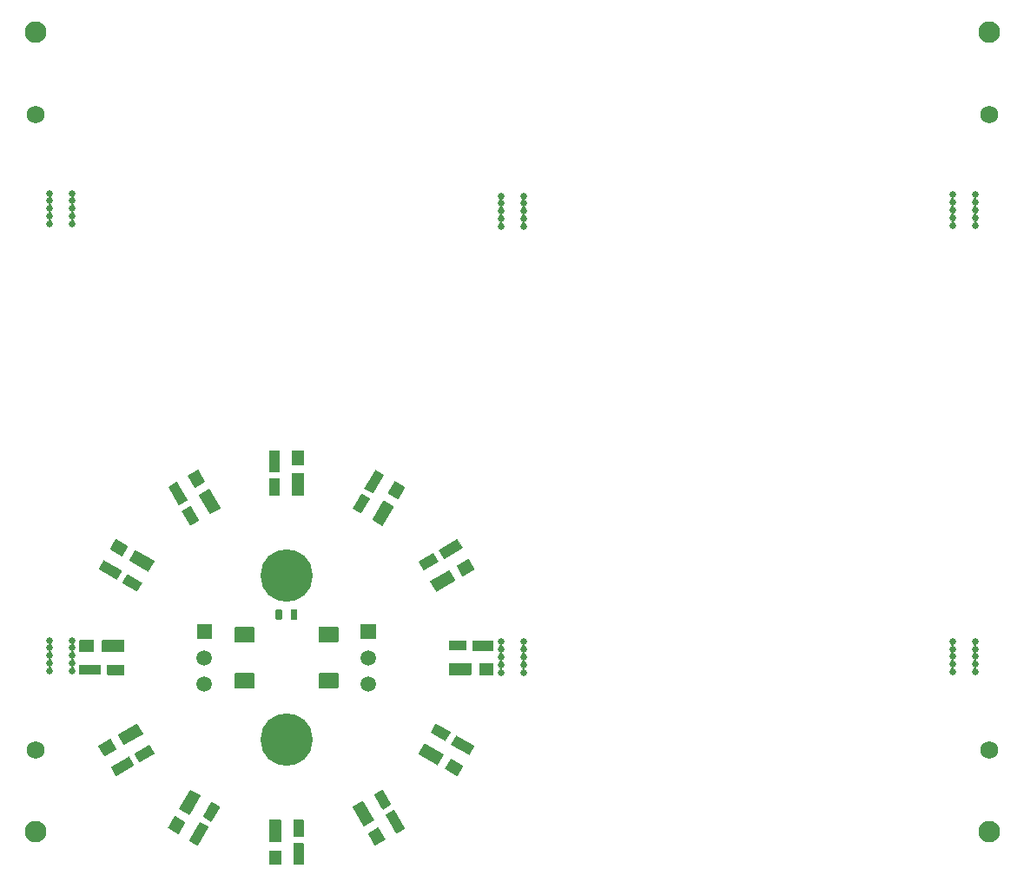
<source format=gbr>
G04 #@! TF.GenerationSoftware,KiCad,Pcbnew,(5.1.9)-1*
G04 #@! TF.CreationDate,2021-11-24T11:51:20+08:00*
G04 #@! TF.ProjectId,RGB-ring,5247422d-7269-46e6-972e-6b696361645f,rev?*
G04 #@! TF.SameCoordinates,Original*
G04 #@! TF.FileFunction,Soldermask,Top*
G04 #@! TF.FilePolarity,Negative*
%FSLAX46Y46*%
G04 Gerber Fmt 4.6, Leading zero omitted, Abs format (unit mm)*
G04 Created by KiCad (PCBNEW (5.1.9)-1) date 2021-11-24 11:51:20*
%MOMM*%
%LPD*%
G01*
G04 APERTURE LIST*
%ADD10C,0.652000*%
%ADD11C,5.102000*%
%ADD12C,1.752000*%
%ADD13C,2.102000*%
%ADD14C,1.502000*%
%ADD15C,0.200000*%
G04 APERTURE END LIST*
D10*
X81120000Y-47700000D03*
X81120000Y-50700000D03*
X78920000Y-50700000D03*
X78920000Y-47700000D03*
X81120000Y-49950000D03*
X81120000Y-49200000D03*
X81120000Y-48450000D03*
X78920000Y-48450000D03*
X78920000Y-49200000D03*
X78920000Y-49950000D03*
X125120000Y-47950000D03*
X125120000Y-50950000D03*
X122920000Y-50950000D03*
X122920000Y-47950000D03*
X125120000Y-50200000D03*
X125120000Y-49450000D03*
X125120000Y-48700000D03*
X122920000Y-48700000D03*
X122920000Y-49450000D03*
X122920000Y-50200000D03*
X169120000Y-47850000D03*
X169120000Y-50850000D03*
X166920000Y-50850000D03*
X166920000Y-47850000D03*
X169120000Y-50100000D03*
X169120000Y-49350000D03*
X169120000Y-48600000D03*
X166920000Y-48600000D03*
X166920000Y-49350000D03*
X166920000Y-50100000D03*
X169120000Y-91400000D03*
X169120000Y-94400000D03*
X166920000Y-94400000D03*
X166920000Y-91400000D03*
X169120000Y-93650000D03*
X169120000Y-92900000D03*
X169120000Y-92150000D03*
X166920000Y-92150000D03*
X166920000Y-92900000D03*
X166920000Y-93650000D03*
X125120000Y-91450000D03*
X125120000Y-94450000D03*
X122920000Y-94450000D03*
X122920000Y-91450000D03*
X125120000Y-93700000D03*
X125120000Y-92950000D03*
X125120000Y-92200000D03*
X122920000Y-92200000D03*
X122920000Y-92950000D03*
X122920000Y-93700000D03*
X78920000Y-93550000D03*
X78920000Y-92800000D03*
X78920000Y-92050000D03*
X81120000Y-92050000D03*
X81120000Y-92800000D03*
X81120000Y-93550000D03*
X78920000Y-91300000D03*
X78920000Y-94300000D03*
X81120000Y-94300000D03*
X81120000Y-91300000D03*
G36*
G01*
X101551000Y-88350000D02*
X101551000Y-89250000D01*
G75*
G02*
X101500000Y-89301000I-51000J0D01*
G01*
X101000000Y-89301000D01*
G75*
G02*
X100949000Y-89250000I0J51000D01*
G01*
X100949000Y-88350000D01*
G75*
G02*
X101000000Y-88299000I51000J0D01*
G01*
X101500000Y-88299000D01*
G75*
G02*
X101551000Y-88350000I0J-51000D01*
G01*
G37*
G36*
G01*
X103051000Y-88350000D02*
X103051000Y-89250000D01*
G75*
G02*
X103000000Y-89301000I-51000J0D01*
G01*
X102500000Y-89301000D01*
G75*
G02*
X102449000Y-89250000I0J51000D01*
G01*
X102449000Y-88350000D01*
G75*
G02*
X102500000Y-88299000I51000J0D01*
G01*
X103000000Y-88299000D01*
G75*
G02*
X103051000Y-88350000I0J-51000D01*
G01*
G37*
D11*
X102000000Y-85000000D03*
X102000000Y-101000000D03*
G36*
G01*
X105149000Y-95950000D02*
X105149000Y-94550000D01*
G75*
G02*
X105200000Y-94499000I51000J0D01*
G01*
X107000000Y-94499000D01*
G75*
G02*
X107051000Y-94550000I0J-51000D01*
G01*
X107051000Y-95950000D01*
G75*
G02*
X107000000Y-96001000I-51000J0D01*
G01*
X105200000Y-96001000D01*
G75*
G02*
X105149000Y-95950000I0J51000D01*
G01*
G37*
G36*
G01*
X96949000Y-95950000D02*
X96949000Y-94550000D01*
G75*
G02*
X97000000Y-94499000I51000J0D01*
G01*
X98800000Y-94499000D01*
G75*
G02*
X98851000Y-94550000I0J-51000D01*
G01*
X98851000Y-95950000D01*
G75*
G02*
X98800000Y-96001000I-51000J0D01*
G01*
X97000000Y-96001000D01*
G75*
G02*
X96949000Y-95950000I0J51000D01*
G01*
G37*
G36*
G01*
X105149000Y-91450000D02*
X105149000Y-90050000D01*
G75*
G02*
X105200000Y-89999000I51000J0D01*
G01*
X107000000Y-89999000D01*
G75*
G02*
X107051000Y-90050000I0J-51000D01*
G01*
X107051000Y-91450000D01*
G75*
G02*
X107000000Y-91501000I-51000J0D01*
G01*
X105200000Y-91501000D01*
G75*
G02*
X105149000Y-91450000I0J51000D01*
G01*
G37*
G36*
G01*
X96949000Y-91450000D02*
X96949000Y-90050000D01*
G75*
G02*
X97000000Y-89999000I51000J0D01*
G01*
X98800000Y-89999000D01*
G75*
G02*
X98851000Y-90050000I0J-51000D01*
G01*
X98851000Y-91450000D01*
G75*
G02*
X98800000Y-91501000I-51000J0D01*
G01*
X97000000Y-91501000D01*
G75*
G02*
X96949000Y-91450000I0J51000D01*
G01*
G37*
D12*
X170500000Y-40000000D03*
D13*
X170500000Y-110000000D03*
X170500000Y-32000000D03*
D12*
X170500000Y-102000000D03*
D13*
X77500000Y-32000000D03*
D12*
X77500000Y-40000000D03*
D13*
X77500000Y-110000000D03*
D12*
X77500000Y-102000000D03*
G36*
G01*
X108458238Y-107537538D02*
X109410866Y-106987538D01*
G75*
G02*
X109480533Y-107006205I25500J-44167D01*
G01*
X110530533Y-108824859D01*
G75*
G02*
X110511866Y-108894526I-44167J-25500D01*
G01*
X109559238Y-109444526D01*
G75*
G02*
X109489571Y-109425859I-25500J44167D01*
G01*
X108439571Y-107607205D01*
G75*
G02*
X108458238Y-107537538I44167J25500D01*
G01*
G37*
G36*
G01*
X113507121Y-109682461D02*
X112727699Y-110132461D01*
G75*
G02*
X112658032Y-110113794I-25500J44167D01*
G01*
X111658032Y-108381744D01*
G75*
G02*
X111676699Y-108312077I44167J25500D01*
G01*
X112456121Y-107862077D01*
G75*
G02*
X112525788Y-107880744I25500J-44167D01*
G01*
X113525788Y-109612794D01*
G75*
G02*
X113507121Y-109682461I-44167J-25500D01*
G01*
G37*
G36*
G01*
X112175781Y-107356513D02*
X111396359Y-107806513D01*
G75*
G02*
X111326692Y-107787846I-25500J44167D01*
G01*
X110526692Y-106402206D01*
G75*
G02*
X110545359Y-106332539I44167J25500D01*
G01*
X111324781Y-105882539D01*
G75*
G02*
X111394448Y-105901206I25500J-44167D01*
G01*
X112194448Y-107286846D01*
G75*
G02*
X112175781Y-107356513I-44167J-25500D01*
G01*
G37*
G36*
G01*
X109948238Y-110118294D02*
X110900866Y-109568294D01*
G75*
G02*
X110970533Y-109586961I25500J-44167D01*
G01*
X111620533Y-110712795D01*
G75*
G02*
X111601866Y-110782462I-44167J-25500D01*
G01*
X110649238Y-111332462D01*
G75*
G02*
X110579571Y-111313795I-25500J44167D01*
G01*
X109929571Y-110187961D01*
G75*
G02*
X109948238Y-110118294I44167J25500D01*
G01*
G37*
G36*
G01*
X95541762Y-78462462D02*
X94589134Y-79012462D01*
G75*
G02*
X94519467Y-78993795I-25500J44167D01*
G01*
X93469467Y-77175141D01*
G75*
G02*
X93488134Y-77105474I44167J25500D01*
G01*
X94440762Y-76555474D01*
G75*
G02*
X94510429Y-76574141I25500J-44167D01*
G01*
X95560429Y-78392795D01*
G75*
G02*
X95541762Y-78462462I-44167J-25500D01*
G01*
G37*
G36*
G01*
X94051762Y-75881706D02*
X93099134Y-76431706D01*
G75*
G02*
X93029467Y-76413039I-25500J44167D01*
G01*
X92379467Y-75287205D01*
G75*
G02*
X92398134Y-75217538I44167J25500D01*
G01*
X93350762Y-74667538D01*
G75*
G02*
X93420429Y-74686205I25500J-44167D01*
G01*
X94070429Y-75812039D01*
G75*
G02*
X94051762Y-75881706I-44167J-25500D01*
G01*
G37*
G36*
G01*
X91824219Y-78643487D02*
X92603641Y-78193487D01*
G75*
G02*
X92673308Y-78212154I25500J-44167D01*
G01*
X93473308Y-79597794D01*
G75*
G02*
X93454641Y-79667461I-44167J-25500D01*
G01*
X92675219Y-80117461D01*
G75*
G02*
X92605552Y-80098794I-25500J44167D01*
G01*
X91805552Y-78713154D01*
G75*
G02*
X91824219Y-78643487I44167J25500D01*
G01*
G37*
G36*
G01*
X90492879Y-76317539D02*
X91272301Y-75867539D01*
G75*
G02*
X91341968Y-75886206I25500J-44167D01*
G01*
X92341968Y-77618256D01*
G75*
G02*
X92323301Y-77687923I-44167J-25500D01*
G01*
X91543879Y-78137923D01*
G75*
G02*
X91474212Y-78119256I-25500J44167D01*
G01*
X90474212Y-76387206D01*
G75*
G02*
X90492879Y-76317539I44167J25500D01*
G01*
G37*
G36*
G01*
X89132462Y-83649238D02*
X88582462Y-84601866D01*
G75*
G02*
X88512795Y-84620533I-44167J25500D01*
G01*
X86694141Y-83570533D01*
G75*
G02*
X86675474Y-83500866I25500J44167D01*
G01*
X87225474Y-82548238D01*
G75*
G02*
X87295141Y-82529571I44167J-25500D01*
G01*
X89113795Y-83579571D01*
G75*
G02*
X89132462Y-83649238I-25500J-44167D01*
G01*
G37*
G36*
G01*
X86551706Y-82159238D02*
X86001706Y-83111866D01*
G75*
G02*
X85932039Y-83130533I-44167J25500D01*
G01*
X84806205Y-82480533D01*
G75*
G02*
X84787538Y-82410866I25500J44167D01*
G01*
X85337538Y-81458238D01*
G75*
G02*
X85407205Y-81439571I44167J-25500D01*
G01*
X86533039Y-82089571D01*
G75*
G02*
X86551706Y-82159238I-25500J-44167D01*
G01*
G37*
G36*
G01*
X86003487Y-85664781D02*
X86453487Y-84885359D01*
G75*
G02*
X86523154Y-84866692I44167J-25500D01*
G01*
X87908794Y-85666692D01*
G75*
G02*
X87927461Y-85736359I-25500J-44167D01*
G01*
X87477461Y-86515781D01*
G75*
G02*
X87407794Y-86534448I-44167J25500D01*
G01*
X86022154Y-85734448D01*
G75*
G02*
X86003487Y-85664781I25500J44167D01*
G01*
G37*
G36*
G01*
X83687539Y-84316121D02*
X84137539Y-83536699D01*
G75*
G02*
X84207206Y-83518032I44167J-25500D01*
G01*
X85939256Y-84518032D01*
G75*
G02*
X85957923Y-84587699I-25500J-44167D01*
G01*
X85507923Y-85367121D01*
G75*
G02*
X85438256Y-85385788I-44167J25500D01*
G01*
X83706206Y-84385788D01*
G75*
G02*
X83687539Y-84316121I25500J44167D01*
G01*
G37*
G36*
G01*
X86191000Y-91330000D02*
X86191000Y-92430000D01*
G75*
G02*
X86140000Y-92481000I-51000J0D01*
G01*
X84040000Y-92481000D01*
G75*
G02*
X83989000Y-92430000I0J51000D01*
G01*
X83989000Y-91330000D01*
G75*
G02*
X84040000Y-91279000I51000J0D01*
G01*
X86140000Y-91279000D01*
G75*
G02*
X86191000Y-91330000I0J-51000D01*
G01*
G37*
G36*
G01*
X83211000Y-91330000D02*
X83211000Y-92430000D01*
G75*
G02*
X83160000Y-92481000I-51000J0D01*
G01*
X81860000Y-92481000D01*
G75*
G02*
X81809000Y-92430000I0J51000D01*
G01*
X81809000Y-91330000D01*
G75*
G02*
X81860000Y-91279000I51000J0D01*
G01*
X83160000Y-91279000D01*
G75*
G02*
X83211000Y-91330000I0J-51000D01*
G01*
G37*
G36*
G01*
X84489000Y-94640000D02*
X84489000Y-93740000D01*
G75*
G02*
X84540000Y-93689000I51000J0D01*
G01*
X86140000Y-93689000D01*
G75*
G02*
X86191000Y-93740000I0J-51000D01*
G01*
X86191000Y-94640000D01*
G75*
G02*
X86140000Y-94691000I-51000J0D01*
G01*
X84540000Y-94691000D01*
G75*
G02*
X84489000Y-94640000I0J51000D01*
G01*
G37*
G36*
G01*
X81809000Y-94630000D02*
X81809000Y-93730000D01*
G75*
G02*
X81860000Y-93679000I51000J0D01*
G01*
X83860000Y-93679000D01*
G75*
G02*
X83911000Y-93730000I0J-51000D01*
G01*
X83911000Y-94630000D01*
G75*
G02*
X83860000Y-94681000I-51000J0D01*
G01*
X81860000Y-94681000D01*
G75*
G02*
X81809000Y-94630000I0J51000D01*
G01*
G37*
G36*
G01*
X87462462Y-99458238D02*
X88012462Y-100410866D01*
G75*
G02*
X87993795Y-100480533I-44167J-25500D01*
G01*
X86175141Y-101530533D01*
G75*
G02*
X86105474Y-101511866I-25500J44167D01*
G01*
X85555474Y-100559238D01*
G75*
G02*
X85574141Y-100489571I44167J25500D01*
G01*
X87392795Y-99439571D01*
G75*
G02*
X87462462Y-99458238I25500J-44167D01*
G01*
G37*
G36*
G01*
X84881706Y-100948238D02*
X85431706Y-101900866D01*
G75*
G02*
X85413039Y-101970533I-44167J-25500D01*
G01*
X84287205Y-102620533D01*
G75*
G02*
X84217538Y-102601866I-25500J44167D01*
G01*
X83667538Y-101649238D01*
G75*
G02*
X83686205Y-101579571I44167J25500D01*
G01*
X84812039Y-100929571D01*
G75*
G02*
X84881706Y-100948238I25500J-44167D01*
G01*
G37*
G36*
G01*
X87643487Y-103175781D02*
X87193487Y-102396359D01*
G75*
G02*
X87212154Y-102326692I44167J25500D01*
G01*
X88597794Y-101526692D01*
G75*
G02*
X88667461Y-101545359I25500J-44167D01*
G01*
X89117461Y-102324781D01*
G75*
G02*
X89098794Y-102394448I-44167J-25500D01*
G01*
X87713154Y-103194448D01*
G75*
G02*
X87643487Y-103175781I-25500J44167D01*
G01*
G37*
G36*
G01*
X85317539Y-104507121D02*
X84867539Y-103727699D01*
G75*
G02*
X84886206Y-103658032I44167J25500D01*
G01*
X86618256Y-102658032D01*
G75*
G02*
X86687923Y-102676699I25500J-44167D01*
G01*
X87137923Y-103456121D01*
G75*
G02*
X87119256Y-103525788I-44167J-25500D01*
G01*
X85387206Y-104525788D01*
G75*
G02*
X85317539Y-104507121I-25500J44167D01*
G01*
G37*
G36*
G01*
X92649238Y-105867538D02*
X93601866Y-106417538D01*
G75*
G02*
X93620533Y-106487205I-25500J-44167D01*
G01*
X92570533Y-108305859D01*
G75*
G02*
X92500866Y-108324526I-44167J25500D01*
G01*
X91548238Y-107774526D01*
G75*
G02*
X91529571Y-107704859I25500J44167D01*
G01*
X92579571Y-105886205D01*
G75*
G02*
X92649238Y-105867538I44167J-25500D01*
G01*
G37*
G36*
G01*
X91159238Y-108448294D02*
X92111866Y-108998294D01*
G75*
G02*
X92130533Y-109067961I-25500J-44167D01*
G01*
X91480533Y-110193795D01*
G75*
G02*
X91410866Y-110212462I-44167J25500D01*
G01*
X90458238Y-109662462D01*
G75*
G02*
X90439571Y-109592795I25500J44167D01*
G01*
X91089571Y-108466961D01*
G75*
G02*
X91159238Y-108448294I44167J-25500D01*
G01*
G37*
G36*
G01*
X94664781Y-108996513D02*
X93885359Y-108546513D01*
G75*
G02*
X93866692Y-108476846I25500J44167D01*
G01*
X94666692Y-107091206D01*
G75*
G02*
X94736359Y-107072539I44167J-25500D01*
G01*
X95515781Y-107522539D01*
G75*
G02*
X95534448Y-107592206I-25500J-44167D01*
G01*
X94734448Y-108977846D01*
G75*
G02*
X94664781Y-108996513I-44167J25500D01*
G01*
G37*
G36*
G01*
X93316121Y-111312461D02*
X92536699Y-110862461D01*
G75*
G02*
X92518032Y-110792794I25500J44167D01*
G01*
X93518032Y-109060744D01*
G75*
G02*
X93587699Y-109042077I44167J-25500D01*
G01*
X94367121Y-109492077D01*
G75*
G02*
X94385788Y-109561744I-25500J-44167D01*
G01*
X93385788Y-111293794D01*
G75*
G02*
X93316121Y-111312461I-44167J25500D01*
G01*
G37*
G36*
G01*
X100330000Y-108809000D02*
X101430000Y-108809000D01*
G75*
G02*
X101481000Y-108860000I0J-51000D01*
G01*
X101481000Y-110960000D01*
G75*
G02*
X101430000Y-111011000I-51000J0D01*
G01*
X100330000Y-111011000D01*
G75*
G02*
X100279000Y-110960000I0J51000D01*
G01*
X100279000Y-108860000D01*
G75*
G02*
X100330000Y-108809000I51000J0D01*
G01*
G37*
G36*
G01*
X100330000Y-111789000D02*
X101430000Y-111789000D01*
G75*
G02*
X101481000Y-111840000I0J-51000D01*
G01*
X101481000Y-113140000D01*
G75*
G02*
X101430000Y-113191000I-51000J0D01*
G01*
X100330000Y-113191000D01*
G75*
G02*
X100279000Y-113140000I0J51000D01*
G01*
X100279000Y-111840000D01*
G75*
G02*
X100330000Y-111789000I51000J0D01*
G01*
G37*
G36*
G01*
X103640000Y-110511000D02*
X102740000Y-110511000D01*
G75*
G02*
X102689000Y-110460000I0J51000D01*
G01*
X102689000Y-108860000D01*
G75*
G02*
X102740000Y-108809000I51000J0D01*
G01*
X103640000Y-108809000D01*
G75*
G02*
X103691000Y-108860000I0J-51000D01*
G01*
X103691000Y-110460000D01*
G75*
G02*
X103640000Y-110511000I-51000J0D01*
G01*
G37*
G36*
G01*
X103630000Y-113191000D02*
X102730000Y-113191000D01*
G75*
G02*
X102679000Y-113140000I0J51000D01*
G01*
X102679000Y-111140000D01*
G75*
G02*
X102730000Y-111089000I51000J0D01*
G01*
X103630000Y-111089000D01*
G75*
G02*
X103681000Y-111140000I0J-51000D01*
G01*
X103681000Y-113140000D01*
G75*
G02*
X103630000Y-113191000I-51000J0D01*
G01*
G37*
G36*
G01*
X114867538Y-102350762D02*
X115417538Y-101398134D01*
G75*
G02*
X115487205Y-101379467I44167J-25500D01*
G01*
X117305859Y-102429467D01*
G75*
G02*
X117324526Y-102499134I-25500J-44167D01*
G01*
X116774526Y-103451762D01*
G75*
G02*
X116704859Y-103470429I-44167J25500D01*
G01*
X114886205Y-102420429D01*
G75*
G02*
X114867538Y-102350762I25500J44167D01*
G01*
G37*
G36*
G01*
X117448294Y-103840762D02*
X117998294Y-102888134D01*
G75*
G02*
X118067961Y-102869467I44167J-25500D01*
G01*
X119193795Y-103519467D01*
G75*
G02*
X119212462Y-103589134I-25500J-44167D01*
G01*
X118662462Y-104541762D01*
G75*
G02*
X118592795Y-104560429I-44167J25500D01*
G01*
X117466961Y-103910429D01*
G75*
G02*
X117448294Y-103840762I25500J44167D01*
G01*
G37*
G36*
G01*
X117996513Y-100335219D02*
X117546513Y-101114641D01*
G75*
G02*
X117476846Y-101133308I-44167J25500D01*
G01*
X116091206Y-100333308D01*
G75*
G02*
X116072539Y-100263641I25500J44167D01*
G01*
X116522539Y-99484219D01*
G75*
G02*
X116592206Y-99465552I44167J-25500D01*
G01*
X117977846Y-100265552D01*
G75*
G02*
X117996513Y-100335219I-25500J-44167D01*
G01*
G37*
G36*
G01*
X120312461Y-101683879D02*
X119862461Y-102463301D01*
G75*
G02*
X119792794Y-102481968I-44167J25500D01*
G01*
X118060744Y-101481968D01*
G75*
G02*
X118042077Y-101412301I25500J44167D01*
G01*
X118492077Y-100632879D01*
G75*
G02*
X118561744Y-100614212I44167J-25500D01*
G01*
X120293794Y-101614212D01*
G75*
G02*
X120312461Y-101683879I-25500J-44167D01*
G01*
G37*
G36*
G01*
X117809000Y-94670000D02*
X117809000Y-93570000D01*
G75*
G02*
X117860000Y-93519000I51000J0D01*
G01*
X119960000Y-93519000D01*
G75*
G02*
X120011000Y-93570000I0J-51000D01*
G01*
X120011000Y-94670000D01*
G75*
G02*
X119960000Y-94721000I-51000J0D01*
G01*
X117860000Y-94721000D01*
G75*
G02*
X117809000Y-94670000I0J51000D01*
G01*
G37*
G36*
G01*
X120789000Y-94670000D02*
X120789000Y-93570000D01*
G75*
G02*
X120840000Y-93519000I51000J0D01*
G01*
X122140000Y-93519000D01*
G75*
G02*
X122191000Y-93570000I0J-51000D01*
G01*
X122191000Y-94670000D01*
G75*
G02*
X122140000Y-94721000I-51000J0D01*
G01*
X120840000Y-94721000D01*
G75*
G02*
X120789000Y-94670000I0J51000D01*
G01*
G37*
G36*
G01*
X119511000Y-91360000D02*
X119511000Y-92260000D01*
G75*
G02*
X119460000Y-92311000I-51000J0D01*
G01*
X117860000Y-92311000D01*
G75*
G02*
X117809000Y-92260000I0J51000D01*
G01*
X117809000Y-91360000D01*
G75*
G02*
X117860000Y-91309000I51000J0D01*
G01*
X119460000Y-91309000D01*
G75*
G02*
X119511000Y-91360000I0J-51000D01*
G01*
G37*
G36*
G01*
X122191000Y-91370000D02*
X122191000Y-92270000D01*
G75*
G02*
X122140000Y-92321000I-51000J0D01*
G01*
X120140000Y-92321000D01*
G75*
G02*
X120089000Y-92270000I0J51000D01*
G01*
X120089000Y-91370000D01*
G75*
G02*
X120140000Y-91319000I51000J0D01*
G01*
X122140000Y-91319000D01*
G75*
G02*
X122191000Y-91370000I0J-51000D01*
G01*
G37*
G36*
G01*
X116537538Y-86541762D02*
X115987538Y-85589134D01*
G75*
G02*
X116006205Y-85519467I44167J25500D01*
G01*
X117824859Y-84469467D01*
G75*
G02*
X117894526Y-84488134I25500J-44167D01*
G01*
X118444526Y-85440762D01*
G75*
G02*
X118425859Y-85510429I-44167J-25500D01*
G01*
X116607205Y-86560429D01*
G75*
G02*
X116537538Y-86541762I-25500J44167D01*
G01*
G37*
G36*
G01*
X119118294Y-85051762D02*
X118568294Y-84099134D01*
G75*
G02*
X118586961Y-84029467I44167J25500D01*
G01*
X119712795Y-83379467D01*
G75*
G02*
X119782462Y-83398134I25500J-44167D01*
G01*
X120332462Y-84350762D01*
G75*
G02*
X120313795Y-84420429I-44167J-25500D01*
G01*
X119187961Y-85070429D01*
G75*
G02*
X119118294Y-85051762I-25500J44167D01*
G01*
G37*
G36*
G01*
X116356513Y-82824219D02*
X116806513Y-83603641D01*
G75*
G02*
X116787846Y-83673308I-44167J-25500D01*
G01*
X115402206Y-84473308D01*
G75*
G02*
X115332539Y-84454641I-25500J44167D01*
G01*
X114882539Y-83675219D01*
G75*
G02*
X114901206Y-83605552I44167J25500D01*
G01*
X116286846Y-82805552D01*
G75*
G02*
X116356513Y-82824219I25500J-44167D01*
G01*
G37*
G36*
G01*
X118682461Y-81492879D02*
X119132461Y-82272301D01*
G75*
G02*
X119113794Y-82341968I-44167J-25500D01*
G01*
X117381744Y-83341968D01*
G75*
G02*
X117312077Y-83323301I-25500J44167D01*
G01*
X116862077Y-82543879D01*
G75*
G02*
X116880744Y-82474212I44167J25500D01*
G01*
X118612794Y-81474212D01*
G75*
G02*
X118682461Y-81492879I25500J-44167D01*
G01*
G37*
G36*
G01*
X111350762Y-80132462D02*
X110398134Y-79582462D01*
G75*
G02*
X110379467Y-79512795I25500J44167D01*
G01*
X111429467Y-77694141D01*
G75*
G02*
X111499134Y-77675474I44167J-25500D01*
G01*
X112451762Y-78225474D01*
G75*
G02*
X112470429Y-78295141I-25500J-44167D01*
G01*
X111420429Y-80113795D01*
G75*
G02*
X111350762Y-80132462I-44167J25500D01*
G01*
G37*
G36*
G01*
X112840762Y-77551706D02*
X111888134Y-77001706D01*
G75*
G02*
X111869467Y-76932039I25500J44167D01*
G01*
X112519467Y-75806205D01*
G75*
G02*
X112589134Y-75787538I44167J-25500D01*
G01*
X113541762Y-76337538D01*
G75*
G02*
X113560429Y-76407205I-25500J-44167D01*
G01*
X112910429Y-77533039D01*
G75*
G02*
X112840762Y-77551706I-44167J25500D01*
G01*
G37*
G36*
G01*
X109335219Y-77003487D02*
X110114641Y-77453487D01*
G75*
G02*
X110133308Y-77523154I-25500J-44167D01*
G01*
X109333308Y-78908794D01*
G75*
G02*
X109263641Y-78927461I-44167J25500D01*
G01*
X108484219Y-78477461D01*
G75*
G02*
X108465552Y-78407794I25500J44167D01*
G01*
X109265552Y-77022154D01*
G75*
G02*
X109335219Y-77003487I44167J-25500D01*
G01*
G37*
G36*
G01*
X110683879Y-74687539D02*
X111463301Y-75137539D01*
G75*
G02*
X111481968Y-75207206I-25500J-44167D01*
G01*
X110481968Y-76939256D01*
G75*
G02*
X110412301Y-76957923I-44167J25500D01*
G01*
X109632879Y-76507923D01*
G75*
G02*
X109614212Y-76438256I25500J44167D01*
G01*
X110614212Y-74706206D01*
G75*
G02*
X110683879Y-74687539I44167J-25500D01*
G01*
G37*
G36*
G01*
X103670000Y-77191000D02*
X102570000Y-77191000D01*
G75*
G02*
X102519000Y-77140000I0J51000D01*
G01*
X102519000Y-75040000D01*
G75*
G02*
X102570000Y-74989000I51000J0D01*
G01*
X103670000Y-74989000D01*
G75*
G02*
X103721000Y-75040000I0J-51000D01*
G01*
X103721000Y-77140000D01*
G75*
G02*
X103670000Y-77191000I-51000J0D01*
G01*
G37*
G36*
G01*
X103670000Y-74211000D02*
X102570000Y-74211000D01*
G75*
G02*
X102519000Y-74160000I0J51000D01*
G01*
X102519000Y-72860000D01*
G75*
G02*
X102570000Y-72809000I51000J0D01*
G01*
X103670000Y-72809000D01*
G75*
G02*
X103721000Y-72860000I0J-51000D01*
G01*
X103721000Y-74160000D01*
G75*
G02*
X103670000Y-74211000I-51000J0D01*
G01*
G37*
G36*
G01*
X100360000Y-75489000D02*
X101260000Y-75489000D01*
G75*
G02*
X101311000Y-75540000I0J-51000D01*
G01*
X101311000Y-77140000D01*
G75*
G02*
X101260000Y-77191000I-51000J0D01*
G01*
X100360000Y-77191000D01*
G75*
G02*
X100309000Y-77140000I0J51000D01*
G01*
X100309000Y-75540000D01*
G75*
G02*
X100360000Y-75489000I51000J0D01*
G01*
G37*
G36*
G01*
X100370000Y-72809000D02*
X101270000Y-72809000D01*
G75*
G02*
X101321000Y-72860000I0J-51000D01*
G01*
X101321000Y-74860000D01*
G75*
G02*
X101270000Y-74911000I-51000J0D01*
G01*
X100370000Y-74911000D01*
G75*
G02*
X100319000Y-74860000I0J51000D01*
G01*
X100319000Y-72860000D01*
G75*
G02*
X100370000Y-72809000I51000J0D01*
G01*
G37*
D14*
X110000000Y-95540000D03*
X110000000Y-93000000D03*
G36*
G01*
X109300000Y-89709000D02*
X110700000Y-89709000D01*
G75*
G02*
X110751000Y-89760000I0J-51000D01*
G01*
X110751000Y-91160000D01*
G75*
G02*
X110700000Y-91211000I-51000J0D01*
G01*
X109300000Y-91211000D01*
G75*
G02*
X109249000Y-91160000I0J51000D01*
G01*
X109249000Y-89760000D01*
G75*
G02*
X109300000Y-89709000I51000J0D01*
G01*
G37*
X94000000Y-95540000D03*
X94000000Y-93000000D03*
G36*
G01*
X93300000Y-89709000D02*
X94700000Y-89709000D01*
G75*
G02*
X94751000Y-89760000I0J-51000D01*
G01*
X94751000Y-91160000D01*
G75*
G02*
X94700000Y-91211000I-51000J0D01*
G01*
X93300000Y-91211000D01*
G75*
G02*
X93249000Y-91160000I0J51000D01*
G01*
X93249000Y-89760000D01*
G75*
G02*
X93300000Y-89709000I51000J0D01*
G01*
G37*
D15*
G36*
X94412290Y-109515844D02*
G01*
X94413290Y-109517576D01*
X94413022Y-109518576D01*
X94043294Y-110158963D01*
X93362021Y-111338963D01*
X93359289Y-111339695D01*
X92491530Y-110838694D01*
X92490530Y-110836962D01*
X92490726Y-110836230D01*
X92495263Y-110836230D01*
X93359557Y-111335230D01*
X94039830Y-110156963D01*
X94408557Y-109518308D01*
X93544263Y-109019308D01*
X93456957Y-109170526D01*
X93013589Y-109938462D01*
X92495263Y-110836230D01*
X92490726Y-110836230D01*
X92490798Y-110835962D01*
X93010125Y-109936462D01*
X93453493Y-109168526D01*
X93541799Y-109015575D01*
X93544531Y-109014843D01*
X94412290Y-109515844D01*
G37*
G36*
X112502021Y-107835575D02*
G01*
X112624968Y-108048526D01*
X113013968Y-108722294D01*
X113183294Y-109015575D01*
X113553022Y-109655962D01*
X113552290Y-109658694D01*
X112684531Y-110159695D01*
X112682531Y-110159695D01*
X112681799Y-110158963D01*
X112673619Y-110144794D01*
X112554493Y-109938462D01*
X112414456Y-109695911D01*
X112111125Y-109170526D01*
X111630798Y-108338576D01*
X111630869Y-108338308D01*
X111635263Y-108338308D01*
X112114589Y-109168526D01*
X112417920Y-109693911D01*
X112557957Y-109936462D01*
X112677083Y-110142794D01*
X112684263Y-110155230D01*
X113548557Y-109656230D01*
X113179830Y-109017575D01*
X113010504Y-108724294D01*
X112621504Y-108050526D01*
X112499557Y-107839308D01*
X111635263Y-108338308D01*
X111630869Y-108338308D01*
X111631530Y-108335844D01*
X112499289Y-107834843D01*
X112501289Y-107834843D01*
X112502021Y-107835575D01*
G37*
G36*
X109309809Y-107047038D02*
G01*
X109308809Y-107048770D01*
X108416803Y-107563770D01*
X109516803Y-109469026D01*
X109516803Y-109471026D01*
X109515071Y-109472026D01*
X109515070Y-109472026D01*
X109513338Y-109471026D01*
X108412338Y-107564038D01*
X108412338Y-107562038D01*
X108413070Y-107561306D01*
X109306809Y-107045306D01*
X109308809Y-107045306D01*
X109309809Y-107047038D01*
G37*
G36*
X93647034Y-106441306D02*
G01*
X93648034Y-106443038D01*
X93647766Y-106444038D01*
X92546766Y-108351026D01*
X92545034Y-108352026D01*
X92545033Y-108352026D01*
X92543301Y-108351026D01*
X92543301Y-108349026D01*
X93643301Y-106443770D01*
X93124552Y-106144270D01*
X93123552Y-106142538D01*
X93124552Y-106140806D01*
X93126552Y-106140806D01*
X93647034Y-106441306D01*
G37*
G36*
X86664156Y-102631530D02*
G01*
X86786229Y-102842967D01*
X87020218Y-103248248D01*
X87165157Y-103499289D01*
X87164425Y-103502021D01*
X85344038Y-104553022D01*
X85341306Y-104552290D01*
X84840305Y-103684531D01*
X84840305Y-103684263D01*
X84844770Y-103684263D01*
X85343770Y-104548557D01*
X87160692Y-103499557D01*
X87016754Y-103250248D01*
X86782765Y-102844967D01*
X86661692Y-102635263D01*
X84844770Y-103684263D01*
X84840305Y-103684263D01*
X84840305Y-103682531D01*
X84841037Y-103681799D01*
X86661424Y-102630798D01*
X86663424Y-102630798D01*
X86664156Y-102631530D01*
G37*
G36*
X116748294Y-103493197D02*
G01*
X117107993Y-102870180D01*
X117109725Y-102869180D01*
X117111457Y-102870180D01*
X117111457Y-102872180D01*
X116750758Y-103496930D01*
X116749026Y-103497930D01*
X116748026Y-103497662D01*
X114841038Y-102396662D01*
X114840038Y-102394930D01*
X114840038Y-102394929D01*
X114841038Y-102393197D01*
X114843038Y-102393197D01*
X116748294Y-103493197D01*
G37*
G36*
X120338963Y-101637979D02*
G01*
X120339963Y-101639711D01*
X120339695Y-101640711D01*
X119869007Y-102455966D01*
X119838694Y-102508470D01*
X119835962Y-102509202D01*
X118015575Y-101458201D01*
X118014575Y-101456469D01*
X118014771Y-101455737D01*
X118019308Y-101455737D01*
X119836230Y-102504737D01*
X119865543Y-102453966D01*
X120335230Y-101640443D01*
X118518308Y-100591443D01*
X118261324Y-101036552D01*
X118019308Y-101455737D01*
X118014771Y-101455737D01*
X118014843Y-101455469D01*
X118257860Y-101034552D01*
X118515844Y-100587710D01*
X118518576Y-100586978D01*
X120338963Y-101637979D01*
G37*
G36*
X124948660Y-93973298D02*
G01*
X124967272Y-93985733D01*
X125025949Y-94010039D01*
X125088245Y-94022430D01*
X125151755Y-94022430D01*
X125214051Y-94010039D01*
X125272728Y-93985733D01*
X125291340Y-93973298D01*
X125293336Y-93973167D01*
X125294447Y-93974830D01*
X125293720Y-93976507D01*
X125279674Y-93988033D01*
X125264379Y-94006670D01*
X125253014Y-94027934D01*
X125246014Y-94051009D01*
X125243651Y-94075000D01*
X125246014Y-94098991D01*
X125253014Y-94122066D01*
X125264379Y-94143330D01*
X125279674Y-94161967D01*
X125293720Y-94173493D01*
X125294424Y-94175365D01*
X125293156Y-94176911D01*
X125291340Y-94176702D01*
X125272728Y-94164267D01*
X125214051Y-94139961D01*
X125151755Y-94127570D01*
X125088245Y-94127570D01*
X125025949Y-94139961D01*
X124967272Y-94164267D01*
X124948660Y-94176702D01*
X124946664Y-94176833D01*
X124945553Y-94175170D01*
X124946280Y-94173493D01*
X124960326Y-94161967D01*
X124975621Y-94143330D01*
X124986986Y-94122066D01*
X124993986Y-94098991D01*
X124996349Y-94075000D01*
X124993986Y-94051009D01*
X124986986Y-94027934D01*
X124975621Y-94006670D01*
X124960326Y-93988033D01*
X124946280Y-93976507D01*
X124945576Y-93974635D01*
X124946844Y-93973089D01*
X124948660Y-93973298D01*
G37*
G36*
X122748660Y-93973298D02*
G01*
X122767272Y-93985733D01*
X122825949Y-94010039D01*
X122888245Y-94022430D01*
X122951755Y-94022430D01*
X123014051Y-94010039D01*
X123072728Y-93985733D01*
X123091340Y-93973298D01*
X123093336Y-93973167D01*
X123094447Y-93974830D01*
X123093720Y-93976507D01*
X123079674Y-93988033D01*
X123064379Y-94006670D01*
X123053014Y-94027934D01*
X123046014Y-94051009D01*
X123043651Y-94075000D01*
X123046014Y-94098991D01*
X123053014Y-94122066D01*
X123064379Y-94143330D01*
X123079674Y-94161967D01*
X123093720Y-94173493D01*
X123094424Y-94175365D01*
X123093156Y-94176911D01*
X123091340Y-94176702D01*
X123072728Y-94164267D01*
X123014051Y-94139961D01*
X122951755Y-94127570D01*
X122888245Y-94127570D01*
X122825949Y-94139961D01*
X122767272Y-94164267D01*
X122748660Y-94176702D01*
X122746664Y-94176833D01*
X122745553Y-94175170D01*
X122746280Y-94173493D01*
X122760326Y-94161967D01*
X122775621Y-94143330D01*
X122786986Y-94122066D01*
X122793986Y-94098991D01*
X122796349Y-94075000D01*
X122793986Y-94051009D01*
X122786986Y-94027934D01*
X122775621Y-94006670D01*
X122760326Y-93988033D01*
X122746280Y-93976507D01*
X122745576Y-93974635D01*
X122746844Y-93973089D01*
X122748660Y-93973298D01*
G37*
G36*
X166748660Y-93923298D02*
G01*
X166767272Y-93935733D01*
X166825949Y-93960039D01*
X166888245Y-93972430D01*
X166951755Y-93972430D01*
X167014051Y-93960039D01*
X167072728Y-93935733D01*
X167091340Y-93923298D01*
X167093336Y-93923167D01*
X167094447Y-93924830D01*
X167093720Y-93926507D01*
X167079674Y-93938033D01*
X167064379Y-93956670D01*
X167053014Y-93977934D01*
X167046014Y-94001009D01*
X167043651Y-94025000D01*
X167046014Y-94048991D01*
X167053014Y-94072066D01*
X167064379Y-94093330D01*
X167079674Y-94111967D01*
X167093720Y-94123493D01*
X167094424Y-94125365D01*
X167093156Y-94126911D01*
X167091340Y-94126702D01*
X167072728Y-94114267D01*
X167014051Y-94089961D01*
X166951755Y-94077570D01*
X166888245Y-94077570D01*
X166825949Y-94089961D01*
X166767272Y-94114267D01*
X166748660Y-94126702D01*
X166746664Y-94126833D01*
X166745553Y-94125170D01*
X166746280Y-94123493D01*
X166760326Y-94111967D01*
X166775621Y-94093330D01*
X166786986Y-94072066D01*
X166793986Y-94048991D01*
X166796349Y-94025000D01*
X166793986Y-94001009D01*
X166786986Y-93977934D01*
X166775621Y-93956670D01*
X166760326Y-93938033D01*
X166746280Y-93926507D01*
X166745576Y-93924635D01*
X166746844Y-93923089D01*
X166748660Y-93923298D01*
G37*
G36*
X168948660Y-93923298D02*
G01*
X168967272Y-93935733D01*
X169025949Y-93960039D01*
X169088245Y-93972430D01*
X169151755Y-93972430D01*
X169214051Y-93960039D01*
X169272728Y-93935733D01*
X169291340Y-93923298D01*
X169293336Y-93923167D01*
X169294447Y-93924830D01*
X169293720Y-93926507D01*
X169279674Y-93938033D01*
X169264379Y-93956670D01*
X169253014Y-93977934D01*
X169246014Y-94001009D01*
X169243651Y-94025000D01*
X169246014Y-94048991D01*
X169253014Y-94072066D01*
X169264379Y-94093330D01*
X169279674Y-94111967D01*
X169293720Y-94123493D01*
X169294424Y-94125365D01*
X169293156Y-94126911D01*
X169291340Y-94126702D01*
X169272728Y-94114267D01*
X169214051Y-94089961D01*
X169151755Y-94077570D01*
X169088245Y-94077570D01*
X169025949Y-94089961D01*
X168967272Y-94114267D01*
X168948660Y-94126702D01*
X168946664Y-94126833D01*
X168945553Y-94125170D01*
X168946280Y-94123493D01*
X168960326Y-94111967D01*
X168975621Y-94093330D01*
X168986986Y-94072066D01*
X168993986Y-94048991D01*
X168996349Y-94025000D01*
X168993986Y-94001009D01*
X168986986Y-93977934D01*
X168975621Y-93956670D01*
X168960326Y-93938033D01*
X168946280Y-93926507D01*
X168945576Y-93924635D01*
X168946844Y-93923089D01*
X168948660Y-93923298D01*
G37*
G36*
X80948660Y-93823298D02*
G01*
X80967272Y-93835733D01*
X81025949Y-93860039D01*
X81088245Y-93872430D01*
X81151755Y-93872430D01*
X81214051Y-93860039D01*
X81272728Y-93835733D01*
X81291340Y-93823298D01*
X81293336Y-93823167D01*
X81294447Y-93824830D01*
X81293720Y-93826507D01*
X81279674Y-93838033D01*
X81264379Y-93856670D01*
X81253014Y-93877934D01*
X81246014Y-93901009D01*
X81243651Y-93925000D01*
X81246014Y-93948991D01*
X81253014Y-93972066D01*
X81264379Y-93993330D01*
X81279674Y-94011967D01*
X81293720Y-94023493D01*
X81294424Y-94025365D01*
X81293156Y-94026911D01*
X81291340Y-94026702D01*
X81272728Y-94014267D01*
X81214051Y-93989961D01*
X81151755Y-93977570D01*
X81088245Y-93977570D01*
X81025949Y-93989961D01*
X80967272Y-94014267D01*
X80948660Y-94026702D01*
X80946664Y-94026833D01*
X80945553Y-94025170D01*
X80946280Y-94023493D01*
X80960326Y-94011967D01*
X80975621Y-93993330D01*
X80986986Y-93972066D01*
X80993986Y-93948991D01*
X80996349Y-93925000D01*
X80993986Y-93901009D01*
X80986986Y-93877934D01*
X80975621Y-93856670D01*
X80960326Y-93838033D01*
X80946280Y-93826507D01*
X80945576Y-93824635D01*
X80946844Y-93823089D01*
X80948660Y-93823298D01*
G37*
G36*
X78748660Y-93823298D02*
G01*
X78767272Y-93835733D01*
X78825949Y-93860039D01*
X78888245Y-93872430D01*
X78951755Y-93872430D01*
X79014051Y-93860039D01*
X79072728Y-93835733D01*
X79091340Y-93823298D01*
X79093336Y-93823167D01*
X79094447Y-93824830D01*
X79093720Y-93826507D01*
X79079674Y-93838033D01*
X79064379Y-93856670D01*
X79053014Y-93877934D01*
X79046014Y-93901009D01*
X79043651Y-93925000D01*
X79046014Y-93948991D01*
X79053014Y-93972066D01*
X79064379Y-93993330D01*
X79079674Y-94011967D01*
X79093720Y-94023493D01*
X79094424Y-94025365D01*
X79093156Y-94026911D01*
X79091340Y-94026702D01*
X79072728Y-94014267D01*
X79014051Y-93989961D01*
X78951755Y-93977570D01*
X78888245Y-93977570D01*
X78825949Y-93989961D01*
X78767272Y-94014267D01*
X78748660Y-94026702D01*
X78746664Y-94026833D01*
X78745553Y-94025170D01*
X78746280Y-94023493D01*
X78760326Y-94011967D01*
X78775621Y-93993330D01*
X78786986Y-93972066D01*
X78793986Y-93948991D01*
X78796349Y-93925000D01*
X78793986Y-93901009D01*
X78786986Y-93877934D01*
X78775621Y-93856670D01*
X78760326Y-93838033D01*
X78746280Y-93826507D01*
X78745576Y-93824635D01*
X78746844Y-93823089D01*
X78748660Y-93823298D01*
G37*
G36*
X124948660Y-93223298D02*
G01*
X124967272Y-93235733D01*
X125025949Y-93260039D01*
X125088245Y-93272430D01*
X125151755Y-93272430D01*
X125214051Y-93260039D01*
X125272728Y-93235733D01*
X125291340Y-93223298D01*
X125293336Y-93223167D01*
X125294447Y-93224830D01*
X125293720Y-93226507D01*
X125279674Y-93238033D01*
X125264379Y-93256670D01*
X125253014Y-93277934D01*
X125246014Y-93301009D01*
X125243651Y-93325000D01*
X125246014Y-93348991D01*
X125253014Y-93372066D01*
X125264379Y-93393330D01*
X125279674Y-93411967D01*
X125293720Y-93423493D01*
X125294424Y-93425365D01*
X125293156Y-93426911D01*
X125291340Y-93426702D01*
X125272728Y-93414267D01*
X125214051Y-93389961D01*
X125151755Y-93377570D01*
X125088245Y-93377570D01*
X125025949Y-93389961D01*
X124967272Y-93414267D01*
X124948660Y-93426702D01*
X124946664Y-93426833D01*
X124945553Y-93425170D01*
X124946280Y-93423493D01*
X124960326Y-93411967D01*
X124975621Y-93393330D01*
X124986986Y-93372066D01*
X124993986Y-93348991D01*
X124996349Y-93325000D01*
X124993986Y-93301009D01*
X124986986Y-93277934D01*
X124975621Y-93256670D01*
X124960326Y-93238033D01*
X124946280Y-93226507D01*
X124945576Y-93224635D01*
X124946844Y-93223089D01*
X124948660Y-93223298D01*
G37*
G36*
X122748660Y-93223298D02*
G01*
X122767272Y-93235733D01*
X122825949Y-93260039D01*
X122888245Y-93272430D01*
X122951755Y-93272430D01*
X123014051Y-93260039D01*
X123072728Y-93235733D01*
X123091340Y-93223298D01*
X123093336Y-93223167D01*
X123094447Y-93224830D01*
X123093720Y-93226507D01*
X123079674Y-93238033D01*
X123064379Y-93256670D01*
X123053014Y-93277934D01*
X123046014Y-93301009D01*
X123043651Y-93325000D01*
X123046014Y-93348991D01*
X123053014Y-93372066D01*
X123064379Y-93393330D01*
X123079674Y-93411967D01*
X123093720Y-93423493D01*
X123094424Y-93425365D01*
X123093156Y-93426911D01*
X123091340Y-93426702D01*
X123072728Y-93414267D01*
X123014051Y-93389961D01*
X122951755Y-93377570D01*
X122888245Y-93377570D01*
X122825949Y-93389961D01*
X122767272Y-93414267D01*
X122748660Y-93426702D01*
X122746664Y-93426833D01*
X122745553Y-93425170D01*
X122746280Y-93423493D01*
X122760326Y-93411967D01*
X122775621Y-93393330D01*
X122786986Y-93372066D01*
X122793986Y-93348991D01*
X122796349Y-93325000D01*
X122793986Y-93301009D01*
X122786986Y-93277934D01*
X122775621Y-93256670D01*
X122760326Y-93238033D01*
X122746280Y-93226507D01*
X122745576Y-93224635D01*
X122746844Y-93223089D01*
X122748660Y-93223298D01*
G37*
G36*
X168948660Y-93173298D02*
G01*
X168967272Y-93185733D01*
X169025949Y-93210039D01*
X169088245Y-93222430D01*
X169151755Y-93222430D01*
X169214051Y-93210039D01*
X169272728Y-93185733D01*
X169291340Y-93173298D01*
X169293336Y-93173167D01*
X169294447Y-93174830D01*
X169293720Y-93176507D01*
X169279674Y-93188033D01*
X169264379Y-93206670D01*
X169253014Y-93227934D01*
X169246014Y-93251009D01*
X169243651Y-93275000D01*
X169246014Y-93298991D01*
X169253014Y-93322066D01*
X169264379Y-93343330D01*
X169279674Y-93361967D01*
X169293720Y-93373493D01*
X169294424Y-93375365D01*
X169293156Y-93376911D01*
X169291340Y-93376702D01*
X169272728Y-93364267D01*
X169214051Y-93339961D01*
X169151755Y-93327570D01*
X169088245Y-93327570D01*
X169025949Y-93339961D01*
X168967272Y-93364267D01*
X168948660Y-93376702D01*
X168946664Y-93376833D01*
X168945553Y-93375170D01*
X168946280Y-93373493D01*
X168960326Y-93361967D01*
X168975621Y-93343330D01*
X168986986Y-93322066D01*
X168993986Y-93298991D01*
X168996349Y-93275000D01*
X168993986Y-93251009D01*
X168986986Y-93227934D01*
X168975621Y-93206670D01*
X168960326Y-93188033D01*
X168946280Y-93176507D01*
X168945576Y-93174635D01*
X168946844Y-93173089D01*
X168948660Y-93173298D01*
G37*
G36*
X166748660Y-93173298D02*
G01*
X166767272Y-93185733D01*
X166825949Y-93210039D01*
X166888245Y-93222430D01*
X166951755Y-93222430D01*
X167014051Y-93210039D01*
X167072728Y-93185733D01*
X167091340Y-93173298D01*
X167093336Y-93173167D01*
X167094447Y-93174830D01*
X167093720Y-93176507D01*
X167079674Y-93188033D01*
X167064379Y-93206670D01*
X167053014Y-93227934D01*
X167046014Y-93251009D01*
X167043651Y-93275000D01*
X167046014Y-93298991D01*
X167053014Y-93322066D01*
X167064379Y-93343330D01*
X167079674Y-93361967D01*
X167093720Y-93373493D01*
X167094424Y-93375365D01*
X167093156Y-93376911D01*
X167091340Y-93376702D01*
X167072728Y-93364267D01*
X167014051Y-93339961D01*
X166951755Y-93327570D01*
X166888245Y-93327570D01*
X166825949Y-93339961D01*
X166767272Y-93364267D01*
X166748660Y-93376702D01*
X166746664Y-93376833D01*
X166745553Y-93375170D01*
X166746280Y-93373493D01*
X166760326Y-93361967D01*
X166775621Y-93343330D01*
X166786986Y-93322066D01*
X166793986Y-93298991D01*
X166796349Y-93275000D01*
X166793986Y-93251009D01*
X166786986Y-93227934D01*
X166775621Y-93206670D01*
X166760326Y-93188033D01*
X166746280Y-93176507D01*
X166745576Y-93174635D01*
X166746844Y-93173089D01*
X166748660Y-93173298D01*
G37*
G36*
X80948660Y-93073298D02*
G01*
X80967272Y-93085733D01*
X81025949Y-93110039D01*
X81088245Y-93122430D01*
X81151755Y-93122430D01*
X81214051Y-93110039D01*
X81272728Y-93085733D01*
X81291340Y-93073298D01*
X81293336Y-93073167D01*
X81294447Y-93074830D01*
X81293720Y-93076507D01*
X81279674Y-93088033D01*
X81264379Y-93106670D01*
X81253014Y-93127934D01*
X81246014Y-93151009D01*
X81243651Y-93175000D01*
X81246014Y-93198991D01*
X81253014Y-93222066D01*
X81264379Y-93243330D01*
X81279674Y-93261967D01*
X81293720Y-93273493D01*
X81294424Y-93275365D01*
X81293156Y-93276911D01*
X81291340Y-93276702D01*
X81272728Y-93264267D01*
X81214051Y-93239961D01*
X81151755Y-93227570D01*
X81088245Y-93227570D01*
X81025949Y-93239961D01*
X80967272Y-93264267D01*
X80948660Y-93276702D01*
X80946664Y-93276833D01*
X80945553Y-93275170D01*
X80946280Y-93273493D01*
X80960326Y-93261967D01*
X80975621Y-93243330D01*
X80986986Y-93222066D01*
X80993986Y-93198991D01*
X80996349Y-93175000D01*
X80993986Y-93151009D01*
X80986986Y-93127934D01*
X80975621Y-93106670D01*
X80960326Y-93088033D01*
X80946280Y-93076507D01*
X80945576Y-93074635D01*
X80946844Y-93073089D01*
X80948660Y-93073298D01*
G37*
G36*
X78748660Y-93073298D02*
G01*
X78767272Y-93085733D01*
X78825949Y-93110039D01*
X78888245Y-93122430D01*
X78951755Y-93122430D01*
X79014051Y-93110039D01*
X79072728Y-93085733D01*
X79091340Y-93073298D01*
X79093336Y-93073167D01*
X79094447Y-93074830D01*
X79093720Y-93076507D01*
X79079674Y-93088033D01*
X79064379Y-93106670D01*
X79053014Y-93127934D01*
X79046014Y-93151009D01*
X79043651Y-93175000D01*
X79046014Y-93198991D01*
X79053014Y-93222066D01*
X79064379Y-93243330D01*
X79079674Y-93261967D01*
X79093720Y-93273493D01*
X79094424Y-93275365D01*
X79093156Y-93276911D01*
X79091340Y-93276702D01*
X79072728Y-93264267D01*
X79014051Y-93239961D01*
X78951755Y-93227570D01*
X78888245Y-93227570D01*
X78825949Y-93239961D01*
X78767272Y-93264267D01*
X78748660Y-93276702D01*
X78746664Y-93276833D01*
X78745553Y-93275170D01*
X78746280Y-93273493D01*
X78760326Y-93261967D01*
X78775621Y-93243330D01*
X78786986Y-93222066D01*
X78793986Y-93198991D01*
X78796349Y-93175000D01*
X78793986Y-93151009D01*
X78786986Y-93127934D01*
X78775621Y-93106670D01*
X78760326Y-93088033D01*
X78746280Y-93076507D01*
X78745576Y-93074635D01*
X78746844Y-93073089D01*
X78748660Y-93073298D01*
G37*
G36*
X122748660Y-92473298D02*
G01*
X122767272Y-92485733D01*
X122825949Y-92510039D01*
X122888245Y-92522430D01*
X122951755Y-92522430D01*
X123014051Y-92510039D01*
X123072728Y-92485733D01*
X123091340Y-92473298D01*
X123093336Y-92473167D01*
X123094447Y-92474830D01*
X123093720Y-92476507D01*
X123079674Y-92488033D01*
X123064379Y-92506670D01*
X123053014Y-92527934D01*
X123046014Y-92551009D01*
X123043651Y-92575000D01*
X123046014Y-92598991D01*
X123053014Y-92622066D01*
X123064379Y-92643330D01*
X123079674Y-92661967D01*
X123093720Y-92673493D01*
X123094424Y-92675365D01*
X123093156Y-92676911D01*
X123091340Y-92676702D01*
X123072728Y-92664267D01*
X123014051Y-92639961D01*
X122951755Y-92627570D01*
X122888245Y-92627570D01*
X122825949Y-92639961D01*
X122767272Y-92664267D01*
X122748660Y-92676702D01*
X122746664Y-92676833D01*
X122745553Y-92675170D01*
X122746280Y-92673493D01*
X122760326Y-92661967D01*
X122775621Y-92643330D01*
X122786986Y-92622066D01*
X122793986Y-92598991D01*
X122796349Y-92575000D01*
X122793986Y-92551009D01*
X122786986Y-92527934D01*
X122775621Y-92506670D01*
X122760326Y-92488033D01*
X122746280Y-92476507D01*
X122745576Y-92474635D01*
X122746844Y-92473089D01*
X122748660Y-92473298D01*
G37*
G36*
X124948660Y-92473298D02*
G01*
X124967272Y-92485733D01*
X125025949Y-92510039D01*
X125088245Y-92522430D01*
X125151755Y-92522430D01*
X125214051Y-92510039D01*
X125272728Y-92485733D01*
X125291340Y-92473298D01*
X125293336Y-92473167D01*
X125294447Y-92474830D01*
X125293720Y-92476507D01*
X125279674Y-92488033D01*
X125264379Y-92506670D01*
X125253014Y-92527934D01*
X125246014Y-92551009D01*
X125243651Y-92575000D01*
X125246014Y-92598991D01*
X125253014Y-92622066D01*
X125264379Y-92643330D01*
X125279674Y-92661967D01*
X125293720Y-92673493D01*
X125294424Y-92675365D01*
X125293156Y-92676911D01*
X125291340Y-92676702D01*
X125272728Y-92664267D01*
X125214051Y-92639961D01*
X125151755Y-92627570D01*
X125088245Y-92627570D01*
X125025949Y-92639961D01*
X124967272Y-92664267D01*
X124948660Y-92676702D01*
X124946664Y-92676833D01*
X124945553Y-92675170D01*
X124946280Y-92673493D01*
X124960326Y-92661967D01*
X124975621Y-92643330D01*
X124986986Y-92622066D01*
X124993986Y-92598991D01*
X124996349Y-92575000D01*
X124993986Y-92551009D01*
X124986986Y-92527934D01*
X124975621Y-92506670D01*
X124960326Y-92488033D01*
X124946280Y-92476507D01*
X124945576Y-92474635D01*
X124946844Y-92473089D01*
X124948660Y-92473298D01*
G37*
G36*
X168948660Y-92423298D02*
G01*
X168967272Y-92435733D01*
X169025949Y-92460039D01*
X169088245Y-92472430D01*
X169151755Y-92472430D01*
X169214051Y-92460039D01*
X169272728Y-92435733D01*
X169291340Y-92423298D01*
X169293336Y-92423167D01*
X169294447Y-92424830D01*
X169293720Y-92426507D01*
X169279674Y-92438033D01*
X169264379Y-92456670D01*
X169253014Y-92477934D01*
X169246014Y-92501009D01*
X169243651Y-92525000D01*
X169246014Y-92548991D01*
X169253014Y-92572066D01*
X169264379Y-92593330D01*
X169279674Y-92611967D01*
X169293720Y-92623493D01*
X169294424Y-92625365D01*
X169293156Y-92626911D01*
X169291340Y-92626702D01*
X169272728Y-92614267D01*
X169214051Y-92589961D01*
X169151755Y-92577570D01*
X169088245Y-92577570D01*
X169025949Y-92589961D01*
X168967272Y-92614267D01*
X168948660Y-92626702D01*
X168946664Y-92626833D01*
X168945553Y-92625170D01*
X168946280Y-92623493D01*
X168960326Y-92611967D01*
X168975621Y-92593330D01*
X168986986Y-92572066D01*
X168993986Y-92548991D01*
X168996349Y-92525000D01*
X168993986Y-92501009D01*
X168986986Y-92477934D01*
X168975621Y-92456670D01*
X168960326Y-92438033D01*
X168946280Y-92426507D01*
X168945576Y-92424635D01*
X168946844Y-92423089D01*
X168948660Y-92423298D01*
G37*
G36*
X166748660Y-92423298D02*
G01*
X166767272Y-92435733D01*
X166825949Y-92460039D01*
X166888245Y-92472430D01*
X166951755Y-92472430D01*
X167014051Y-92460039D01*
X167072728Y-92435733D01*
X167091340Y-92423298D01*
X167093336Y-92423167D01*
X167094447Y-92424830D01*
X167093720Y-92426507D01*
X167079674Y-92438033D01*
X167064379Y-92456670D01*
X167053014Y-92477934D01*
X167046014Y-92501009D01*
X167043651Y-92525000D01*
X167046014Y-92548991D01*
X167053014Y-92572066D01*
X167064379Y-92593330D01*
X167079674Y-92611967D01*
X167093720Y-92623493D01*
X167094424Y-92625365D01*
X167093156Y-92626911D01*
X167091340Y-92626702D01*
X167072728Y-92614267D01*
X167014051Y-92589961D01*
X166951755Y-92577570D01*
X166888245Y-92577570D01*
X166825949Y-92589961D01*
X166767272Y-92614267D01*
X166748660Y-92626702D01*
X166746664Y-92626833D01*
X166745553Y-92625170D01*
X166746280Y-92623493D01*
X166760326Y-92611967D01*
X166775621Y-92593330D01*
X166786986Y-92572066D01*
X166793986Y-92548991D01*
X166796349Y-92525000D01*
X166793986Y-92501009D01*
X166786986Y-92477934D01*
X166775621Y-92456670D01*
X166760326Y-92438033D01*
X166746280Y-92426507D01*
X166745576Y-92424635D01*
X166746844Y-92423089D01*
X166748660Y-92423298D01*
G37*
G36*
X78748660Y-92323298D02*
G01*
X78767272Y-92335733D01*
X78825949Y-92360039D01*
X78888245Y-92372430D01*
X78951755Y-92372430D01*
X79014051Y-92360039D01*
X79072728Y-92335733D01*
X79091340Y-92323298D01*
X79093336Y-92323167D01*
X79094447Y-92324830D01*
X79093720Y-92326507D01*
X79079674Y-92338033D01*
X79064379Y-92356670D01*
X79053014Y-92377934D01*
X79046014Y-92401009D01*
X79043651Y-92425000D01*
X79046014Y-92448991D01*
X79053014Y-92472066D01*
X79064379Y-92493330D01*
X79079674Y-92511967D01*
X79093720Y-92523493D01*
X79094424Y-92525365D01*
X79093156Y-92526911D01*
X79091340Y-92526702D01*
X79072728Y-92514267D01*
X79014051Y-92489961D01*
X78951755Y-92477570D01*
X78888245Y-92477570D01*
X78825949Y-92489961D01*
X78767272Y-92514267D01*
X78748660Y-92526702D01*
X78746664Y-92526833D01*
X78745553Y-92525170D01*
X78746280Y-92523493D01*
X78760326Y-92511967D01*
X78775621Y-92493330D01*
X78786986Y-92472066D01*
X78793986Y-92448991D01*
X78796349Y-92425000D01*
X78793986Y-92401009D01*
X78786986Y-92377934D01*
X78775621Y-92356670D01*
X78760326Y-92338033D01*
X78746280Y-92326507D01*
X78745576Y-92324635D01*
X78746844Y-92323089D01*
X78748660Y-92323298D01*
G37*
G36*
X80948660Y-92323298D02*
G01*
X80967272Y-92335733D01*
X81025949Y-92360039D01*
X81088245Y-92372430D01*
X81151755Y-92372430D01*
X81214051Y-92360039D01*
X81272728Y-92335733D01*
X81291340Y-92323298D01*
X81293336Y-92323167D01*
X81294447Y-92324830D01*
X81293720Y-92326507D01*
X81279674Y-92338033D01*
X81264379Y-92356670D01*
X81253014Y-92377934D01*
X81246014Y-92401009D01*
X81243651Y-92425000D01*
X81246014Y-92448991D01*
X81253014Y-92472066D01*
X81264379Y-92493330D01*
X81279674Y-92511967D01*
X81293720Y-92523493D01*
X81294424Y-92525365D01*
X81293156Y-92526911D01*
X81291340Y-92526702D01*
X81272728Y-92514267D01*
X81214051Y-92489961D01*
X81151755Y-92477570D01*
X81088245Y-92477570D01*
X81025949Y-92489961D01*
X80967272Y-92514267D01*
X80948660Y-92526702D01*
X80946664Y-92526833D01*
X80945553Y-92525170D01*
X80946280Y-92523493D01*
X80960326Y-92511967D01*
X80975621Y-92493330D01*
X80986986Y-92472066D01*
X80993986Y-92448991D01*
X80996349Y-92425000D01*
X80993986Y-92401009D01*
X80986986Y-92377934D01*
X80975621Y-92356670D01*
X80960326Y-92338033D01*
X80946280Y-92326507D01*
X80945576Y-92324635D01*
X80946844Y-92323089D01*
X80948660Y-92323298D01*
G37*
G36*
X124948660Y-91723298D02*
G01*
X124967272Y-91735733D01*
X125025949Y-91760039D01*
X125088245Y-91772430D01*
X125151755Y-91772430D01*
X125214051Y-91760039D01*
X125272728Y-91735733D01*
X125291340Y-91723298D01*
X125293336Y-91723167D01*
X125294447Y-91724830D01*
X125293720Y-91726507D01*
X125279674Y-91738033D01*
X125264379Y-91756670D01*
X125253014Y-91777934D01*
X125246014Y-91801009D01*
X125243651Y-91825000D01*
X125246014Y-91848991D01*
X125253014Y-91872066D01*
X125264379Y-91893330D01*
X125279674Y-91911967D01*
X125293720Y-91923493D01*
X125294424Y-91925365D01*
X125293156Y-91926911D01*
X125291340Y-91926702D01*
X125272728Y-91914267D01*
X125214051Y-91889961D01*
X125151755Y-91877570D01*
X125088245Y-91877570D01*
X125025949Y-91889961D01*
X124967272Y-91914267D01*
X124948660Y-91926702D01*
X124946664Y-91926833D01*
X124945553Y-91925170D01*
X124946280Y-91923493D01*
X124960326Y-91911967D01*
X124975621Y-91893330D01*
X124986986Y-91872066D01*
X124993986Y-91848991D01*
X124996349Y-91825000D01*
X124993986Y-91801009D01*
X124986986Y-91777934D01*
X124975621Y-91756670D01*
X124960326Y-91738033D01*
X124946280Y-91726507D01*
X124945576Y-91724635D01*
X124946844Y-91723089D01*
X124948660Y-91723298D01*
G37*
G36*
X122748660Y-91723298D02*
G01*
X122767272Y-91735733D01*
X122825949Y-91760039D01*
X122888245Y-91772430D01*
X122951755Y-91772430D01*
X123014051Y-91760039D01*
X123072728Y-91735733D01*
X123091340Y-91723298D01*
X123093336Y-91723167D01*
X123094447Y-91724830D01*
X123093720Y-91726507D01*
X123079674Y-91738033D01*
X123064379Y-91756670D01*
X123053014Y-91777934D01*
X123046014Y-91801009D01*
X123043651Y-91825000D01*
X123046014Y-91848991D01*
X123053014Y-91872066D01*
X123064379Y-91893330D01*
X123079674Y-91911967D01*
X123093720Y-91923493D01*
X123094424Y-91925365D01*
X123093156Y-91926911D01*
X123091340Y-91926702D01*
X123072728Y-91914267D01*
X123014051Y-91889961D01*
X122951755Y-91877570D01*
X122888245Y-91877570D01*
X122825949Y-91889961D01*
X122767272Y-91914267D01*
X122748660Y-91926702D01*
X122746664Y-91926833D01*
X122745553Y-91925170D01*
X122746280Y-91923493D01*
X122760326Y-91911967D01*
X122775621Y-91893330D01*
X122786986Y-91872066D01*
X122793986Y-91848991D01*
X122796349Y-91825000D01*
X122793986Y-91801009D01*
X122786986Y-91777934D01*
X122775621Y-91756670D01*
X122760326Y-91738033D01*
X122746280Y-91726507D01*
X122745576Y-91724635D01*
X122746844Y-91723089D01*
X122748660Y-91723298D01*
G37*
G36*
X168948660Y-91673298D02*
G01*
X168967272Y-91685733D01*
X169025949Y-91710039D01*
X169088245Y-91722430D01*
X169151755Y-91722430D01*
X169214051Y-91710039D01*
X169272728Y-91685733D01*
X169291340Y-91673298D01*
X169293336Y-91673167D01*
X169294447Y-91674830D01*
X169293720Y-91676507D01*
X169279674Y-91688033D01*
X169264379Y-91706670D01*
X169253014Y-91727934D01*
X169246014Y-91751009D01*
X169243651Y-91775000D01*
X169246014Y-91798991D01*
X169253014Y-91822066D01*
X169264379Y-91843330D01*
X169279674Y-91861967D01*
X169293720Y-91873493D01*
X169294424Y-91875365D01*
X169293156Y-91876911D01*
X169291340Y-91876702D01*
X169272728Y-91864267D01*
X169214051Y-91839961D01*
X169151755Y-91827570D01*
X169088245Y-91827570D01*
X169025949Y-91839961D01*
X168967272Y-91864267D01*
X168948660Y-91876702D01*
X168946664Y-91876833D01*
X168945553Y-91875170D01*
X168946280Y-91873493D01*
X168960326Y-91861967D01*
X168975621Y-91843330D01*
X168986986Y-91822066D01*
X168993986Y-91798991D01*
X168996349Y-91775000D01*
X168993986Y-91751009D01*
X168986986Y-91727934D01*
X168975621Y-91706670D01*
X168960326Y-91688033D01*
X168946280Y-91676507D01*
X168945576Y-91674635D01*
X168946844Y-91673089D01*
X168948660Y-91673298D01*
G37*
G36*
X166748660Y-91673298D02*
G01*
X166767272Y-91685733D01*
X166825949Y-91710039D01*
X166888245Y-91722430D01*
X166951755Y-91722430D01*
X167014051Y-91710039D01*
X167072728Y-91685733D01*
X167091340Y-91673298D01*
X167093336Y-91673167D01*
X167094447Y-91674830D01*
X167093720Y-91676507D01*
X167079674Y-91688033D01*
X167064379Y-91706670D01*
X167053014Y-91727934D01*
X167046014Y-91751009D01*
X167043651Y-91775000D01*
X167046014Y-91798991D01*
X167053014Y-91822066D01*
X167064379Y-91843330D01*
X167079674Y-91861967D01*
X167093720Y-91873493D01*
X167094424Y-91875365D01*
X167093156Y-91876911D01*
X167091340Y-91876702D01*
X167072728Y-91864267D01*
X167014051Y-91839961D01*
X166951755Y-91827570D01*
X166888245Y-91827570D01*
X166825949Y-91839961D01*
X166767272Y-91864267D01*
X166748660Y-91876702D01*
X166746664Y-91876833D01*
X166745553Y-91875170D01*
X166746280Y-91873493D01*
X166760326Y-91861967D01*
X166775621Y-91843330D01*
X166786986Y-91822066D01*
X166793986Y-91798991D01*
X166796349Y-91775000D01*
X166793986Y-91751009D01*
X166786986Y-91727934D01*
X166775621Y-91706670D01*
X166760326Y-91688033D01*
X166746280Y-91676507D01*
X166745576Y-91674635D01*
X166746844Y-91673089D01*
X166748660Y-91673298D01*
G37*
G36*
X80948660Y-91573298D02*
G01*
X80967272Y-91585733D01*
X81025949Y-91610039D01*
X81088245Y-91622430D01*
X81151755Y-91622430D01*
X81214051Y-91610039D01*
X81272728Y-91585733D01*
X81291340Y-91573298D01*
X81293336Y-91573167D01*
X81294447Y-91574830D01*
X81293720Y-91576507D01*
X81279674Y-91588033D01*
X81264379Y-91606670D01*
X81253014Y-91627934D01*
X81246014Y-91651009D01*
X81243651Y-91675000D01*
X81246014Y-91698991D01*
X81253014Y-91722066D01*
X81264379Y-91743330D01*
X81279674Y-91761967D01*
X81293720Y-91773493D01*
X81294424Y-91775365D01*
X81293156Y-91776911D01*
X81291340Y-91776702D01*
X81272728Y-91764267D01*
X81214051Y-91739961D01*
X81151755Y-91727570D01*
X81088245Y-91727570D01*
X81025949Y-91739961D01*
X80967272Y-91764267D01*
X80948660Y-91776702D01*
X80946664Y-91776833D01*
X80945553Y-91775170D01*
X80946280Y-91773493D01*
X80960326Y-91761967D01*
X80975621Y-91743330D01*
X80986986Y-91722066D01*
X80993986Y-91698991D01*
X80996349Y-91675000D01*
X80993986Y-91651009D01*
X80986986Y-91627934D01*
X80975621Y-91606670D01*
X80960326Y-91588033D01*
X80946280Y-91576507D01*
X80945576Y-91574635D01*
X80946844Y-91573089D01*
X80948660Y-91573298D01*
G37*
G36*
X78748660Y-91573298D02*
G01*
X78767272Y-91585733D01*
X78825949Y-91610039D01*
X78888245Y-91622430D01*
X78951755Y-91622430D01*
X79014051Y-91610039D01*
X79072728Y-91585733D01*
X79091340Y-91573298D01*
X79093336Y-91573167D01*
X79094447Y-91574830D01*
X79093720Y-91576507D01*
X79079674Y-91588033D01*
X79064379Y-91606670D01*
X79053014Y-91627934D01*
X79046014Y-91651009D01*
X79043651Y-91675000D01*
X79046014Y-91698991D01*
X79053014Y-91722066D01*
X79064379Y-91743330D01*
X79079674Y-91761967D01*
X79093720Y-91773493D01*
X79094424Y-91775365D01*
X79093156Y-91776911D01*
X79091340Y-91776702D01*
X79072728Y-91764267D01*
X79014051Y-91739961D01*
X78951755Y-91727570D01*
X78888245Y-91727570D01*
X78825949Y-91739961D01*
X78767272Y-91764267D01*
X78748660Y-91776702D01*
X78746664Y-91776833D01*
X78745553Y-91775170D01*
X78746280Y-91773493D01*
X78760326Y-91761967D01*
X78775621Y-91743330D01*
X78786986Y-91722066D01*
X78793986Y-91698991D01*
X78796349Y-91675000D01*
X78793986Y-91651009D01*
X78786986Y-91627934D01*
X78775621Y-91606670D01*
X78760326Y-91588033D01*
X78746280Y-91576507D01*
X78745576Y-91574635D01*
X78746844Y-91573089D01*
X78748660Y-91573298D01*
G37*
G36*
X118472026Y-85484929D02*
G01*
X118472026Y-85484930D01*
X118471026Y-85486662D01*
X116564038Y-86587662D01*
X116562038Y-86587662D01*
X116561306Y-86586930D01*
X116260806Y-86066448D01*
X116260806Y-86064448D01*
X116262538Y-86063448D01*
X116264270Y-86064448D01*
X116563770Y-86583197D01*
X118469026Y-85483197D01*
X118471026Y-85483197D01*
X118472026Y-85484929D01*
G37*
G36*
X85984425Y-84541799D02*
G01*
X85985425Y-84543531D01*
X85985157Y-84544531D01*
X85484156Y-85412290D01*
X85481424Y-85413022D01*
X83661037Y-84362021D01*
X83660037Y-84360289D01*
X83660233Y-84359557D01*
X83664770Y-84359557D01*
X85481692Y-85408557D01*
X85980692Y-84544263D01*
X84163770Y-83495263D01*
X84134457Y-83546034D01*
X84084795Y-83632051D01*
X83664770Y-84359557D01*
X83660233Y-84359557D01*
X83660305Y-84359289D01*
X84081331Y-83630051D01*
X84130993Y-83544034D01*
X84161306Y-83491530D01*
X84164038Y-83490798D01*
X85984425Y-84541799D01*
G37*
G36*
X118658694Y-81447710D02*
G01*
X119159695Y-82315469D01*
X119159695Y-82317469D01*
X119158963Y-82318201D01*
X117338576Y-83369202D01*
X117336576Y-83369202D01*
X117335844Y-83368470D01*
X117213771Y-83157033D01*
X116834843Y-82500711D01*
X116834914Y-82500443D01*
X116839308Y-82500443D01*
X117217235Y-83155033D01*
X117338308Y-83364737D01*
X119155230Y-82315737D01*
X118656230Y-81451443D01*
X116839308Y-82500443D01*
X116834914Y-82500443D01*
X116835575Y-82497979D01*
X118655962Y-81446978D01*
X118658694Y-81447710D01*
G37*
G36*
X94486662Y-76528974D02*
G01*
X95587662Y-78435962D01*
X95587662Y-78437962D01*
X95586930Y-78438694D01*
X95185052Y-78670718D01*
X95183052Y-78670718D01*
X95182052Y-78668986D01*
X95183052Y-78667254D01*
X95583197Y-78436230D01*
X94483197Y-76530974D01*
X94483197Y-76528974D01*
X94484929Y-76527974D01*
X94484930Y-76527974D01*
X94486662Y-76528974D01*
G37*
G36*
X91318201Y-75841037D02*
G01*
X91326381Y-75855206D01*
X91445507Y-76061538D01*
X91499875Y-76155706D01*
X91888875Y-76829474D01*
X92369202Y-77661424D01*
X92368470Y-77664156D01*
X91500711Y-78165157D01*
X91498711Y-78165157D01*
X91497979Y-78164425D01*
X91375032Y-77951474D01*
X90816706Y-76984425D01*
X90446978Y-76344038D01*
X90447049Y-76343770D01*
X90451443Y-76343770D01*
X90820170Y-76982425D01*
X91378496Y-77949474D01*
X91500443Y-78160692D01*
X92364737Y-77661692D01*
X91885411Y-76831474D01*
X91496411Y-76157706D01*
X91442043Y-76063538D01*
X91322917Y-75857206D01*
X91315737Y-75844770D01*
X90451443Y-76343770D01*
X90447049Y-76343770D01*
X90447710Y-76341306D01*
X91315469Y-75840305D01*
X91317469Y-75840305D01*
X91318201Y-75841037D01*
G37*
G36*
X111508470Y-75161306D02*
G01*
X111509470Y-75163038D01*
X111509202Y-75164038D01*
X110989875Y-76063538D01*
X110935507Y-76157706D01*
X110546507Y-76831474D01*
X110458201Y-76984425D01*
X110455469Y-76985157D01*
X109587710Y-76484156D01*
X109586710Y-76482424D01*
X109586906Y-76481692D01*
X109591443Y-76481692D01*
X110455737Y-76980692D01*
X110543043Y-76829474D01*
X110932043Y-76155706D01*
X110986411Y-76061538D01*
X111504737Y-75163770D01*
X110640443Y-74664770D01*
X109960170Y-75843037D01*
X109591443Y-76481692D01*
X109586906Y-76481692D01*
X109586978Y-76481424D01*
X109956706Y-75841037D01*
X110637979Y-74661037D01*
X110640711Y-74660305D01*
X111508470Y-75161306D01*
G37*
G36*
X122748660Y-50473298D02*
G01*
X122767272Y-50485733D01*
X122825949Y-50510039D01*
X122888245Y-50522430D01*
X122951755Y-50522430D01*
X123014051Y-50510039D01*
X123072728Y-50485733D01*
X123091340Y-50473298D01*
X123093336Y-50473167D01*
X123094447Y-50474830D01*
X123093720Y-50476507D01*
X123079674Y-50488033D01*
X123064379Y-50506670D01*
X123053014Y-50527934D01*
X123046014Y-50551009D01*
X123043651Y-50575000D01*
X123046014Y-50598991D01*
X123053014Y-50622066D01*
X123064379Y-50643330D01*
X123079674Y-50661967D01*
X123093720Y-50673493D01*
X123094424Y-50675365D01*
X123093156Y-50676911D01*
X123091340Y-50676702D01*
X123072728Y-50664267D01*
X123014051Y-50639961D01*
X122951755Y-50627570D01*
X122888245Y-50627570D01*
X122825949Y-50639961D01*
X122767272Y-50664267D01*
X122748660Y-50676702D01*
X122746664Y-50676833D01*
X122745553Y-50675170D01*
X122746280Y-50673493D01*
X122760326Y-50661967D01*
X122775621Y-50643330D01*
X122786986Y-50622066D01*
X122793986Y-50598991D01*
X122796349Y-50575000D01*
X122793986Y-50551009D01*
X122786986Y-50527934D01*
X122775621Y-50506670D01*
X122760326Y-50488033D01*
X122746280Y-50476507D01*
X122745576Y-50474635D01*
X122746844Y-50473089D01*
X122748660Y-50473298D01*
G37*
G36*
X124948660Y-50473298D02*
G01*
X124967272Y-50485733D01*
X125025949Y-50510039D01*
X125088245Y-50522430D01*
X125151755Y-50522430D01*
X125214051Y-50510039D01*
X125272728Y-50485733D01*
X125291340Y-50473298D01*
X125293336Y-50473167D01*
X125294447Y-50474830D01*
X125293720Y-50476507D01*
X125279674Y-50488033D01*
X125264379Y-50506670D01*
X125253014Y-50527934D01*
X125246014Y-50551009D01*
X125243651Y-50575000D01*
X125246014Y-50598991D01*
X125253014Y-50622066D01*
X125264379Y-50643330D01*
X125279674Y-50661967D01*
X125293720Y-50673493D01*
X125294424Y-50675365D01*
X125293156Y-50676911D01*
X125291340Y-50676702D01*
X125272728Y-50664267D01*
X125214051Y-50639961D01*
X125151755Y-50627570D01*
X125088245Y-50627570D01*
X125025949Y-50639961D01*
X124967272Y-50664267D01*
X124948660Y-50676702D01*
X124946664Y-50676833D01*
X124945553Y-50675170D01*
X124946280Y-50673493D01*
X124960326Y-50661967D01*
X124975621Y-50643330D01*
X124986986Y-50622066D01*
X124993986Y-50598991D01*
X124996349Y-50575000D01*
X124993986Y-50551009D01*
X124986986Y-50527934D01*
X124975621Y-50506670D01*
X124960326Y-50488033D01*
X124946280Y-50476507D01*
X124945576Y-50474635D01*
X124946844Y-50473089D01*
X124948660Y-50473298D01*
G37*
G36*
X168948660Y-50373298D02*
G01*
X168967272Y-50385733D01*
X169025949Y-50410039D01*
X169088245Y-50422430D01*
X169151755Y-50422430D01*
X169214051Y-50410039D01*
X169272728Y-50385733D01*
X169291340Y-50373298D01*
X169293336Y-50373167D01*
X169294447Y-50374830D01*
X169293720Y-50376507D01*
X169279674Y-50388033D01*
X169264379Y-50406670D01*
X169253014Y-50427934D01*
X169246014Y-50451009D01*
X169243651Y-50475000D01*
X169246014Y-50498991D01*
X169253014Y-50522066D01*
X169264379Y-50543330D01*
X169279674Y-50561967D01*
X169293720Y-50573493D01*
X169294424Y-50575365D01*
X169293156Y-50576911D01*
X169291340Y-50576702D01*
X169272728Y-50564267D01*
X169214051Y-50539961D01*
X169151755Y-50527570D01*
X169088245Y-50527570D01*
X169025949Y-50539961D01*
X168967272Y-50564267D01*
X168948660Y-50576702D01*
X168946664Y-50576833D01*
X168945553Y-50575170D01*
X168946280Y-50573493D01*
X168960326Y-50561967D01*
X168975621Y-50543330D01*
X168986986Y-50522066D01*
X168993986Y-50498991D01*
X168996349Y-50475000D01*
X168993986Y-50451009D01*
X168986986Y-50427934D01*
X168975621Y-50406670D01*
X168960326Y-50388033D01*
X168946280Y-50376507D01*
X168945576Y-50374635D01*
X168946844Y-50373089D01*
X168948660Y-50373298D01*
G37*
G36*
X166748660Y-50373298D02*
G01*
X166767272Y-50385733D01*
X166825949Y-50410039D01*
X166888245Y-50422430D01*
X166951755Y-50422430D01*
X167014051Y-50410039D01*
X167072728Y-50385733D01*
X167091340Y-50373298D01*
X167093336Y-50373167D01*
X167094447Y-50374830D01*
X167093720Y-50376507D01*
X167079674Y-50388033D01*
X167064379Y-50406670D01*
X167053014Y-50427934D01*
X167046014Y-50451009D01*
X167043651Y-50475000D01*
X167046014Y-50498991D01*
X167053014Y-50522066D01*
X167064379Y-50543330D01*
X167079674Y-50561967D01*
X167093720Y-50573493D01*
X167094424Y-50575365D01*
X167093156Y-50576911D01*
X167091340Y-50576702D01*
X167072728Y-50564267D01*
X167014051Y-50539961D01*
X166951755Y-50527570D01*
X166888245Y-50527570D01*
X166825949Y-50539961D01*
X166767272Y-50564267D01*
X166748660Y-50576702D01*
X166746664Y-50576833D01*
X166745553Y-50575170D01*
X166746280Y-50573493D01*
X166760326Y-50561967D01*
X166775621Y-50543330D01*
X166786986Y-50522066D01*
X166793986Y-50498991D01*
X166796349Y-50475000D01*
X166793986Y-50451009D01*
X166786986Y-50427934D01*
X166775621Y-50406670D01*
X166760326Y-50388033D01*
X166746280Y-50376507D01*
X166745576Y-50374635D01*
X166746844Y-50373089D01*
X166748660Y-50373298D01*
G37*
G36*
X78748660Y-50223298D02*
G01*
X78767272Y-50235733D01*
X78825949Y-50260039D01*
X78888245Y-50272430D01*
X78951755Y-50272430D01*
X79014051Y-50260039D01*
X79072728Y-50235733D01*
X79091340Y-50223298D01*
X79093336Y-50223167D01*
X79094447Y-50224830D01*
X79093720Y-50226507D01*
X79079674Y-50238033D01*
X79064379Y-50256670D01*
X79053014Y-50277934D01*
X79046014Y-50301009D01*
X79043651Y-50325000D01*
X79046014Y-50348991D01*
X79053014Y-50372066D01*
X79064379Y-50393330D01*
X79079674Y-50411967D01*
X79093720Y-50423493D01*
X79094424Y-50425365D01*
X79093156Y-50426911D01*
X79091340Y-50426702D01*
X79072728Y-50414267D01*
X79014051Y-50389961D01*
X78951755Y-50377570D01*
X78888245Y-50377570D01*
X78825949Y-50389961D01*
X78767272Y-50414267D01*
X78748660Y-50426702D01*
X78746664Y-50426833D01*
X78745553Y-50425170D01*
X78746280Y-50423493D01*
X78760326Y-50411967D01*
X78775621Y-50393330D01*
X78786986Y-50372066D01*
X78793986Y-50348991D01*
X78796349Y-50325000D01*
X78793986Y-50301009D01*
X78786986Y-50277934D01*
X78775621Y-50256670D01*
X78760326Y-50238033D01*
X78746280Y-50226507D01*
X78745576Y-50224635D01*
X78746844Y-50223089D01*
X78748660Y-50223298D01*
G37*
G36*
X80948660Y-50223298D02*
G01*
X80967272Y-50235733D01*
X81025949Y-50260039D01*
X81088245Y-50272430D01*
X81151755Y-50272430D01*
X81214051Y-50260039D01*
X81272728Y-50235733D01*
X81291340Y-50223298D01*
X81293336Y-50223167D01*
X81294447Y-50224830D01*
X81293720Y-50226507D01*
X81279674Y-50238033D01*
X81264379Y-50256670D01*
X81253014Y-50277934D01*
X81246014Y-50301009D01*
X81243651Y-50325000D01*
X81246014Y-50348991D01*
X81253014Y-50372066D01*
X81264379Y-50393330D01*
X81279674Y-50411967D01*
X81293720Y-50423493D01*
X81294424Y-50425365D01*
X81293156Y-50426911D01*
X81291340Y-50426702D01*
X81272728Y-50414267D01*
X81214051Y-50389961D01*
X81151755Y-50377570D01*
X81088245Y-50377570D01*
X81025949Y-50389961D01*
X80967272Y-50414267D01*
X80948660Y-50426702D01*
X80946664Y-50426833D01*
X80945553Y-50425170D01*
X80946280Y-50423493D01*
X80960326Y-50411967D01*
X80975621Y-50393330D01*
X80986986Y-50372066D01*
X80993986Y-50348991D01*
X80996349Y-50325000D01*
X80993986Y-50301009D01*
X80986986Y-50277934D01*
X80975621Y-50256670D01*
X80960326Y-50238033D01*
X80946280Y-50226507D01*
X80945576Y-50224635D01*
X80946844Y-50223089D01*
X80948660Y-50223298D01*
G37*
G36*
X124948660Y-49723298D02*
G01*
X124967272Y-49735733D01*
X125025949Y-49760039D01*
X125088245Y-49772430D01*
X125151755Y-49772430D01*
X125214051Y-49760039D01*
X125272728Y-49735733D01*
X125291340Y-49723298D01*
X125293336Y-49723167D01*
X125294447Y-49724830D01*
X125293720Y-49726507D01*
X125279674Y-49738033D01*
X125264379Y-49756670D01*
X125253014Y-49777934D01*
X125246014Y-49801009D01*
X125243651Y-49825000D01*
X125246014Y-49848991D01*
X125253014Y-49872066D01*
X125264379Y-49893330D01*
X125279674Y-49911967D01*
X125293720Y-49923493D01*
X125294424Y-49925365D01*
X125293156Y-49926911D01*
X125291340Y-49926702D01*
X125272728Y-49914267D01*
X125214051Y-49889961D01*
X125151755Y-49877570D01*
X125088245Y-49877570D01*
X125025949Y-49889961D01*
X124967272Y-49914267D01*
X124948660Y-49926702D01*
X124946664Y-49926833D01*
X124945553Y-49925170D01*
X124946280Y-49923493D01*
X124960326Y-49911967D01*
X124975621Y-49893330D01*
X124986986Y-49872066D01*
X124993986Y-49848991D01*
X124996349Y-49825000D01*
X124993986Y-49801009D01*
X124986986Y-49777934D01*
X124975621Y-49756670D01*
X124960326Y-49738033D01*
X124946280Y-49726507D01*
X124945576Y-49724635D01*
X124946844Y-49723089D01*
X124948660Y-49723298D01*
G37*
G36*
X122748660Y-49723298D02*
G01*
X122767272Y-49735733D01*
X122825949Y-49760039D01*
X122888245Y-49772430D01*
X122951755Y-49772430D01*
X123014051Y-49760039D01*
X123072728Y-49735733D01*
X123091340Y-49723298D01*
X123093336Y-49723167D01*
X123094447Y-49724830D01*
X123093720Y-49726507D01*
X123079674Y-49738033D01*
X123064379Y-49756670D01*
X123053014Y-49777934D01*
X123046014Y-49801009D01*
X123043651Y-49825000D01*
X123046014Y-49848991D01*
X123053014Y-49872066D01*
X123064379Y-49893330D01*
X123079674Y-49911967D01*
X123093720Y-49923493D01*
X123094424Y-49925365D01*
X123093156Y-49926911D01*
X123091340Y-49926702D01*
X123072728Y-49914267D01*
X123014051Y-49889961D01*
X122951755Y-49877570D01*
X122888245Y-49877570D01*
X122825949Y-49889961D01*
X122767272Y-49914267D01*
X122748660Y-49926702D01*
X122746664Y-49926833D01*
X122745553Y-49925170D01*
X122746280Y-49923493D01*
X122760326Y-49911967D01*
X122775621Y-49893330D01*
X122786986Y-49872066D01*
X122793986Y-49848991D01*
X122796349Y-49825000D01*
X122793986Y-49801009D01*
X122786986Y-49777934D01*
X122775621Y-49756670D01*
X122760326Y-49738033D01*
X122746280Y-49726507D01*
X122745576Y-49724635D01*
X122746844Y-49723089D01*
X122748660Y-49723298D01*
G37*
G36*
X166748660Y-49623298D02*
G01*
X166767272Y-49635733D01*
X166825949Y-49660039D01*
X166888245Y-49672430D01*
X166951755Y-49672430D01*
X167014051Y-49660039D01*
X167072728Y-49635733D01*
X167091340Y-49623298D01*
X167093336Y-49623167D01*
X167094447Y-49624830D01*
X167093720Y-49626507D01*
X167079674Y-49638033D01*
X167064379Y-49656670D01*
X167053014Y-49677934D01*
X167046014Y-49701009D01*
X167043651Y-49725000D01*
X167046014Y-49748991D01*
X167053014Y-49772066D01*
X167064379Y-49793330D01*
X167079674Y-49811967D01*
X167093720Y-49823493D01*
X167094424Y-49825365D01*
X167093156Y-49826911D01*
X167091340Y-49826702D01*
X167072728Y-49814267D01*
X167014051Y-49789961D01*
X166951755Y-49777570D01*
X166888245Y-49777570D01*
X166825949Y-49789961D01*
X166767272Y-49814267D01*
X166748660Y-49826702D01*
X166746664Y-49826833D01*
X166745553Y-49825170D01*
X166746280Y-49823493D01*
X166760326Y-49811967D01*
X166775621Y-49793330D01*
X166786986Y-49772066D01*
X166793986Y-49748991D01*
X166796349Y-49725000D01*
X166793986Y-49701009D01*
X166786986Y-49677934D01*
X166775621Y-49656670D01*
X166760326Y-49638033D01*
X166746280Y-49626507D01*
X166745576Y-49624635D01*
X166746844Y-49623089D01*
X166748660Y-49623298D01*
G37*
G36*
X168948660Y-49623298D02*
G01*
X168967272Y-49635733D01*
X169025949Y-49660039D01*
X169088245Y-49672430D01*
X169151755Y-49672430D01*
X169214051Y-49660039D01*
X169272728Y-49635733D01*
X169291340Y-49623298D01*
X169293336Y-49623167D01*
X169294447Y-49624830D01*
X169293720Y-49626507D01*
X169279674Y-49638033D01*
X169264379Y-49656670D01*
X169253014Y-49677934D01*
X169246014Y-49701009D01*
X169243651Y-49725000D01*
X169246014Y-49748991D01*
X169253014Y-49772066D01*
X169264379Y-49793330D01*
X169279674Y-49811967D01*
X169293720Y-49823493D01*
X169294424Y-49825365D01*
X169293156Y-49826911D01*
X169291340Y-49826702D01*
X169272728Y-49814267D01*
X169214051Y-49789961D01*
X169151755Y-49777570D01*
X169088245Y-49777570D01*
X169025949Y-49789961D01*
X168967272Y-49814267D01*
X168948660Y-49826702D01*
X168946664Y-49826833D01*
X168945553Y-49825170D01*
X168946280Y-49823493D01*
X168960326Y-49811967D01*
X168975621Y-49793330D01*
X168986986Y-49772066D01*
X168993986Y-49748991D01*
X168996349Y-49725000D01*
X168993986Y-49701009D01*
X168986986Y-49677934D01*
X168975621Y-49656670D01*
X168960326Y-49638033D01*
X168946280Y-49626507D01*
X168945576Y-49624635D01*
X168946844Y-49623089D01*
X168948660Y-49623298D01*
G37*
G36*
X78748660Y-49473298D02*
G01*
X78767272Y-49485733D01*
X78825949Y-49510039D01*
X78888245Y-49522430D01*
X78951755Y-49522430D01*
X79014051Y-49510039D01*
X79072728Y-49485733D01*
X79091340Y-49473298D01*
X79093336Y-49473167D01*
X79094447Y-49474830D01*
X79093720Y-49476507D01*
X79079674Y-49488033D01*
X79064379Y-49506670D01*
X79053014Y-49527934D01*
X79046014Y-49551009D01*
X79043651Y-49575000D01*
X79046014Y-49598991D01*
X79053014Y-49622066D01*
X79064379Y-49643330D01*
X79079674Y-49661967D01*
X79093720Y-49673493D01*
X79094424Y-49675365D01*
X79093156Y-49676911D01*
X79091340Y-49676702D01*
X79072728Y-49664267D01*
X79014051Y-49639961D01*
X78951755Y-49627570D01*
X78888245Y-49627570D01*
X78825949Y-49639961D01*
X78767272Y-49664267D01*
X78748660Y-49676702D01*
X78746664Y-49676833D01*
X78745553Y-49675170D01*
X78746280Y-49673493D01*
X78760326Y-49661967D01*
X78775621Y-49643330D01*
X78786986Y-49622066D01*
X78793986Y-49598991D01*
X78796349Y-49575000D01*
X78793986Y-49551009D01*
X78786986Y-49527934D01*
X78775621Y-49506670D01*
X78760326Y-49488033D01*
X78746280Y-49476507D01*
X78745576Y-49474635D01*
X78746844Y-49473089D01*
X78748660Y-49473298D01*
G37*
G36*
X80948660Y-49473298D02*
G01*
X80967272Y-49485733D01*
X81025949Y-49510039D01*
X81088245Y-49522430D01*
X81151755Y-49522430D01*
X81214051Y-49510039D01*
X81272728Y-49485733D01*
X81291340Y-49473298D01*
X81293336Y-49473167D01*
X81294447Y-49474830D01*
X81293720Y-49476507D01*
X81279674Y-49488033D01*
X81264379Y-49506670D01*
X81253014Y-49527934D01*
X81246014Y-49551009D01*
X81243651Y-49575000D01*
X81246014Y-49598991D01*
X81253014Y-49622066D01*
X81264379Y-49643330D01*
X81279674Y-49661967D01*
X81293720Y-49673493D01*
X81294424Y-49675365D01*
X81293156Y-49676911D01*
X81291340Y-49676702D01*
X81272728Y-49664267D01*
X81214051Y-49639961D01*
X81151755Y-49627570D01*
X81088245Y-49627570D01*
X81025949Y-49639961D01*
X80967272Y-49664267D01*
X80948660Y-49676702D01*
X80946664Y-49676833D01*
X80945553Y-49675170D01*
X80946280Y-49673493D01*
X80960326Y-49661967D01*
X80975621Y-49643330D01*
X80986986Y-49622066D01*
X80993986Y-49598991D01*
X80996349Y-49575000D01*
X80993986Y-49551009D01*
X80986986Y-49527934D01*
X80975621Y-49506670D01*
X80960326Y-49488033D01*
X80946280Y-49476507D01*
X80945576Y-49474635D01*
X80946844Y-49473089D01*
X80948660Y-49473298D01*
G37*
G36*
X122748660Y-48973298D02*
G01*
X122767272Y-48985733D01*
X122825949Y-49010039D01*
X122888245Y-49022430D01*
X122951755Y-49022430D01*
X123014051Y-49010039D01*
X123072728Y-48985733D01*
X123091340Y-48973298D01*
X123093336Y-48973167D01*
X123094447Y-48974830D01*
X123093720Y-48976507D01*
X123079674Y-48988033D01*
X123064379Y-49006670D01*
X123053014Y-49027934D01*
X123046014Y-49051009D01*
X123043651Y-49075000D01*
X123046014Y-49098991D01*
X123053014Y-49122066D01*
X123064379Y-49143330D01*
X123079674Y-49161967D01*
X123093720Y-49173493D01*
X123094424Y-49175365D01*
X123093156Y-49176911D01*
X123091340Y-49176702D01*
X123072728Y-49164267D01*
X123014051Y-49139961D01*
X122951755Y-49127570D01*
X122888245Y-49127570D01*
X122825949Y-49139961D01*
X122767272Y-49164267D01*
X122748660Y-49176702D01*
X122746664Y-49176833D01*
X122745553Y-49175170D01*
X122746280Y-49173493D01*
X122760326Y-49161967D01*
X122775621Y-49143330D01*
X122786986Y-49122066D01*
X122793986Y-49098991D01*
X122796349Y-49075000D01*
X122793986Y-49051009D01*
X122786986Y-49027934D01*
X122775621Y-49006670D01*
X122760326Y-48988033D01*
X122746280Y-48976507D01*
X122745576Y-48974635D01*
X122746844Y-48973089D01*
X122748660Y-48973298D01*
G37*
G36*
X124948660Y-48973298D02*
G01*
X124967272Y-48985733D01*
X125025949Y-49010039D01*
X125088245Y-49022430D01*
X125151755Y-49022430D01*
X125214051Y-49010039D01*
X125272728Y-48985733D01*
X125291340Y-48973298D01*
X125293336Y-48973167D01*
X125294447Y-48974830D01*
X125293720Y-48976507D01*
X125279674Y-48988033D01*
X125264379Y-49006670D01*
X125253014Y-49027934D01*
X125246014Y-49051009D01*
X125243651Y-49075000D01*
X125246014Y-49098991D01*
X125253014Y-49122066D01*
X125264379Y-49143330D01*
X125279674Y-49161967D01*
X125293720Y-49173493D01*
X125294424Y-49175365D01*
X125293156Y-49176911D01*
X125291340Y-49176702D01*
X125272728Y-49164267D01*
X125214051Y-49139961D01*
X125151755Y-49127570D01*
X125088245Y-49127570D01*
X125025949Y-49139961D01*
X124967272Y-49164267D01*
X124948660Y-49176702D01*
X124946664Y-49176833D01*
X124945553Y-49175170D01*
X124946280Y-49173493D01*
X124960326Y-49161967D01*
X124975621Y-49143330D01*
X124986986Y-49122066D01*
X124993986Y-49098991D01*
X124996349Y-49075000D01*
X124993986Y-49051009D01*
X124986986Y-49027934D01*
X124975621Y-49006670D01*
X124960326Y-48988033D01*
X124946280Y-48976507D01*
X124945576Y-48974635D01*
X124946844Y-48973089D01*
X124948660Y-48973298D01*
G37*
G36*
X166748660Y-48873298D02*
G01*
X166767272Y-48885733D01*
X166825949Y-48910039D01*
X166888245Y-48922430D01*
X166951755Y-48922430D01*
X167014051Y-48910039D01*
X167072728Y-48885733D01*
X167091340Y-48873298D01*
X167093336Y-48873167D01*
X167094447Y-48874830D01*
X167093720Y-48876507D01*
X167079674Y-48888033D01*
X167064379Y-48906670D01*
X167053014Y-48927934D01*
X167046014Y-48951009D01*
X167043651Y-48975000D01*
X167046014Y-48998991D01*
X167053014Y-49022066D01*
X167064379Y-49043330D01*
X167079674Y-49061967D01*
X167093720Y-49073493D01*
X167094424Y-49075365D01*
X167093156Y-49076911D01*
X167091340Y-49076702D01*
X167072728Y-49064267D01*
X167014051Y-49039961D01*
X166951755Y-49027570D01*
X166888245Y-49027570D01*
X166825949Y-49039961D01*
X166767272Y-49064267D01*
X166748660Y-49076702D01*
X166746664Y-49076833D01*
X166745553Y-49075170D01*
X166746280Y-49073493D01*
X166760326Y-49061967D01*
X166775621Y-49043330D01*
X166786986Y-49022066D01*
X166793986Y-48998991D01*
X166796349Y-48975000D01*
X166793986Y-48951009D01*
X166786986Y-48927934D01*
X166775621Y-48906670D01*
X166760326Y-48888033D01*
X166746280Y-48876507D01*
X166745576Y-48874635D01*
X166746844Y-48873089D01*
X166748660Y-48873298D01*
G37*
G36*
X168948660Y-48873298D02*
G01*
X168967272Y-48885733D01*
X169025949Y-48910039D01*
X169088245Y-48922430D01*
X169151755Y-48922430D01*
X169214051Y-48910039D01*
X169272728Y-48885733D01*
X169291340Y-48873298D01*
X169293336Y-48873167D01*
X169294447Y-48874830D01*
X169293720Y-48876507D01*
X169279674Y-48888033D01*
X169264379Y-48906670D01*
X169253014Y-48927934D01*
X169246014Y-48951009D01*
X169243651Y-48975000D01*
X169246014Y-48998991D01*
X169253014Y-49022066D01*
X169264379Y-49043330D01*
X169279674Y-49061967D01*
X169293720Y-49073493D01*
X169294424Y-49075365D01*
X169293156Y-49076911D01*
X169291340Y-49076702D01*
X169272728Y-49064267D01*
X169214051Y-49039961D01*
X169151755Y-49027570D01*
X169088245Y-49027570D01*
X169025949Y-49039961D01*
X168967272Y-49064267D01*
X168948660Y-49076702D01*
X168946664Y-49076833D01*
X168945553Y-49075170D01*
X168946280Y-49073493D01*
X168960326Y-49061967D01*
X168975621Y-49043330D01*
X168986986Y-49022066D01*
X168993986Y-48998991D01*
X168996349Y-48975000D01*
X168993986Y-48951009D01*
X168986986Y-48927934D01*
X168975621Y-48906670D01*
X168960326Y-48888033D01*
X168946280Y-48876507D01*
X168945576Y-48874635D01*
X168946844Y-48873089D01*
X168948660Y-48873298D01*
G37*
G36*
X80948660Y-48723298D02*
G01*
X80967272Y-48735733D01*
X81025949Y-48760039D01*
X81088245Y-48772430D01*
X81151755Y-48772430D01*
X81214051Y-48760039D01*
X81272728Y-48735733D01*
X81291340Y-48723298D01*
X81293336Y-48723167D01*
X81294447Y-48724830D01*
X81293720Y-48726507D01*
X81279674Y-48738033D01*
X81264379Y-48756670D01*
X81253014Y-48777934D01*
X81246014Y-48801009D01*
X81243651Y-48825000D01*
X81246014Y-48848991D01*
X81253014Y-48872066D01*
X81264379Y-48893330D01*
X81279674Y-48911967D01*
X81293720Y-48923493D01*
X81294424Y-48925365D01*
X81293156Y-48926911D01*
X81291340Y-48926702D01*
X81272728Y-48914267D01*
X81214051Y-48889961D01*
X81151755Y-48877570D01*
X81088245Y-48877570D01*
X81025949Y-48889961D01*
X80967272Y-48914267D01*
X80948660Y-48926702D01*
X80946664Y-48926833D01*
X80945553Y-48925170D01*
X80946280Y-48923493D01*
X80960326Y-48911967D01*
X80975621Y-48893330D01*
X80986986Y-48872066D01*
X80993986Y-48848991D01*
X80996349Y-48825000D01*
X80993986Y-48801009D01*
X80986986Y-48777934D01*
X80975621Y-48756670D01*
X80960326Y-48738033D01*
X80946280Y-48726507D01*
X80945576Y-48724635D01*
X80946844Y-48723089D01*
X80948660Y-48723298D01*
G37*
G36*
X78748660Y-48723298D02*
G01*
X78767272Y-48735733D01*
X78825949Y-48760039D01*
X78888245Y-48772430D01*
X78951755Y-48772430D01*
X79014051Y-48760039D01*
X79072728Y-48735733D01*
X79091340Y-48723298D01*
X79093336Y-48723167D01*
X79094447Y-48724830D01*
X79093720Y-48726507D01*
X79079674Y-48738033D01*
X79064379Y-48756670D01*
X79053014Y-48777934D01*
X79046014Y-48801009D01*
X79043651Y-48825000D01*
X79046014Y-48848991D01*
X79053014Y-48872066D01*
X79064379Y-48893330D01*
X79079674Y-48911967D01*
X79093720Y-48923493D01*
X79094424Y-48925365D01*
X79093156Y-48926911D01*
X79091340Y-48926702D01*
X79072728Y-48914267D01*
X79014051Y-48889961D01*
X78951755Y-48877570D01*
X78888245Y-48877570D01*
X78825949Y-48889961D01*
X78767272Y-48914267D01*
X78748660Y-48926702D01*
X78746664Y-48926833D01*
X78745553Y-48925170D01*
X78746280Y-48923493D01*
X78760326Y-48911967D01*
X78775621Y-48893330D01*
X78786986Y-48872066D01*
X78793986Y-48848991D01*
X78796349Y-48825000D01*
X78793986Y-48801009D01*
X78786986Y-48777934D01*
X78775621Y-48756670D01*
X78760326Y-48738033D01*
X78746280Y-48726507D01*
X78745576Y-48724635D01*
X78746844Y-48723089D01*
X78748660Y-48723298D01*
G37*
G36*
X124948660Y-48223298D02*
G01*
X124967272Y-48235733D01*
X125025949Y-48260039D01*
X125088245Y-48272430D01*
X125151755Y-48272430D01*
X125214051Y-48260039D01*
X125272728Y-48235733D01*
X125291340Y-48223298D01*
X125293336Y-48223167D01*
X125294447Y-48224830D01*
X125293720Y-48226507D01*
X125279674Y-48238033D01*
X125264379Y-48256670D01*
X125253014Y-48277934D01*
X125246014Y-48301009D01*
X125243651Y-48325000D01*
X125246014Y-48348991D01*
X125253014Y-48372066D01*
X125264379Y-48393330D01*
X125279674Y-48411967D01*
X125293720Y-48423493D01*
X125294424Y-48425365D01*
X125293156Y-48426911D01*
X125291340Y-48426702D01*
X125272728Y-48414267D01*
X125214051Y-48389961D01*
X125151755Y-48377570D01*
X125088245Y-48377570D01*
X125025949Y-48389961D01*
X124967272Y-48414267D01*
X124948660Y-48426702D01*
X124946664Y-48426833D01*
X124945553Y-48425170D01*
X124946280Y-48423493D01*
X124960326Y-48411967D01*
X124975621Y-48393330D01*
X124986986Y-48372066D01*
X124993986Y-48348991D01*
X124996349Y-48325000D01*
X124993986Y-48301009D01*
X124986986Y-48277934D01*
X124975621Y-48256670D01*
X124960326Y-48238033D01*
X124946280Y-48226507D01*
X124945576Y-48224635D01*
X124946844Y-48223089D01*
X124948660Y-48223298D01*
G37*
G36*
X122748660Y-48223298D02*
G01*
X122767272Y-48235733D01*
X122825949Y-48260039D01*
X122888245Y-48272430D01*
X122951755Y-48272430D01*
X123014051Y-48260039D01*
X123072728Y-48235733D01*
X123091340Y-48223298D01*
X123093336Y-48223167D01*
X123094447Y-48224830D01*
X123093720Y-48226507D01*
X123079674Y-48238033D01*
X123064379Y-48256670D01*
X123053014Y-48277934D01*
X123046014Y-48301009D01*
X123043651Y-48325000D01*
X123046014Y-48348991D01*
X123053014Y-48372066D01*
X123064379Y-48393330D01*
X123079674Y-48411967D01*
X123093720Y-48423493D01*
X123094424Y-48425365D01*
X123093156Y-48426911D01*
X123091340Y-48426702D01*
X123072728Y-48414267D01*
X123014051Y-48389961D01*
X122951755Y-48377570D01*
X122888245Y-48377570D01*
X122825949Y-48389961D01*
X122767272Y-48414267D01*
X122748660Y-48426702D01*
X122746664Y-48426833D01*
X122745553Y-48425170D01*
X122746280Y-48423493D01*
X122760326Y-48411967D01*
X122775621Y-48393330D01*
X122786986Y-48372066D01*
X122793986Y-48348991D01*
X122796349Y-48325000D01*
X122793986Y-48301009D01*
X122786986Y-48277934D01*
X122775621Y-48256670D01*
X122760326Y-48238033D01*
X122746280Y-48226507D01*
X122745576Y-48224635D01*
X122746844Y-48223089D01*
X122748660Y-48223298D01*
G37*
G36*
X166748660Y-48123298D02*
G01*
X166767272Y-48135733D01*
X166825949Y-48160039D01*
X166888245Y-48172430D01*
X166951755Y-48172430D01*
X167014051Y-48160039D01*
X167072728Y-48135733D01*
X167091340Y-48123298D01*
X167093336Y-48123167D01*
X167094447Y-48124830D01*
X167093720Y-48126507D01*
X167079674Y-48138033D01*
X167064379Y-48156670D01*
X167053014Y-48177934D01*
X167046014Y-48201009D01*
X167043651Y-48225000D01*
X167046014Y-48248991D01*
X167053014Y-48272066D01*
X167064379Y-48293330D01*
X167079674Y-48311967D01*
X167093720Y-48323493D01*
X167094424Y-48325365D01*
X167093156Y-48326911D01*
X167091340Y-48326702D01*
X167072728Y-48314267D01*
X167014051Y-48289961D01*
X166951755Y-48277570D01*
X166888245Y-48277570D01*
X166825949Y-48289961D01*
X166767272Y-48314267D01*
X166748660Y-48326702D01*
X166746664Y-48326833D01*
X166745553Y-48325170D01*
X166746280Y-48323493D01*
X166760326Y-48311967D01*
X166775621Y-48293330D01*
X166786986Y-48272066D01*
X166793986Y-48248991D01*
X166796349Y-48225000D01*
X166793986Y-48201009D01*
X166786986Y-48177934D01*
X166775621Y-48156670D01*
X166760326Y-48138033D01*
X166746280Y-48126507D01*
X166745576Y-48124635D01*
X166746844Y-48123089D01*
X166748660Y-48123298D01*
G37*
G36*
X168948660Y-48123298D02*
G01*
X168967272Y-48135733D01*
X169025949Y-48160039D01*
X169088245Y-48172430D01*
X169151755Y-48172430D01*
X169214051Y-48160039D01*
X169272728Y-48135733D01*
X169291340Y-48123298D01*
X169293336Y-48123167D01*
X169294447Y-48124830D01*
X169293720Y-48126507D01*
X169279674Y-48138033D01*
X169264379Y-48156670D01*
X169253014Y-48177934D01*
X169246014Y-48201009D01*
X169243651Y-48225000D01*
X169246014Y-48248991D01*
X169253014Y-48272066D01*
X169264379Y-48293330D01*
X169279674Y-48311967D01*
X169293720Y-48323493D01*
X169294424Y-48325365D01*
X169293156Y-48326911D01*
X169291340Y-48326702D01*
X169272728Y-48314267D01*
X169214051Y-48289961D01*
X169151755Y-48277570D01*
X169088245Y-48277570D01*
X169025949Y-48289961D01*
X168967272Y-48314267D01*
X168948660Y-48326702D01*
X168946664Y-48326833D01*
X168945553Y-48325170D01*
X168946280Y-48323493D01*
X168960326Y-48311967D01*
X168975621Y-48293330D01*
X168986986Y-48272066D01*
X168993986Y-48248991D01*
X168996349Y-48225000D01*
X168993986Y-48201009D01*
X168986986Y-48177934D01*
X168975621Y-48156670D01*
X168960326Y-48138033D01*
X168946280Y-48126507D01*
X168945576Y-48124635D01*
X168946844Y-48123089D01*
X168948660Y-48123298D01*
G37*
G36*
X80948660Y-47973298D02*
G01*
X80967272Y-47985733D01*
X81025949Y-48010039D01*
X81088245Y-48022430D01*
X81151755Y-48022430D01*
X81214051Y-48010039D01*
X81272728Y-47985733D01*
X81291340Y-47973298D01*
X81293336Y-47973167D01*
X81294447Y-47974830D01*
X81293720Y-47976507D01*
X81279674Y-47988033D01*
X81264379Y-48006670D01*
X81253014Y-48027934D01*
X81246014Y-48051009D01*
X81243651Y-48075000D01*
X81246014Y-48098991D01*
X81253014Y-48122066D01*
X81264379Y-48143330D01*
X81279674Y-48161967D01*
X81293720Y-48173493D01*
X81294424Y-48175365D01*
X81293156Y-48176911D01*
X81291340Y-48176702D01*
X81272728Y-48164267D01*
X81214051Y-48139961D01*
X81151755Y-48127570D01*
X81088245Y-48127570D01*
X81025949Y-48139961D01*
X80967272Y-48164267D01*
X80948660Y-48176702D01*
X80946664Y-48176833D01*
X80945553Y-48175170D01*
X80946280Y-48173493D01*
X80960326Y-48161967D01*
X80975621Y-48143330D01*
X80986986Y-48122066D01*
X80993986Y-48098991D01*
X80996349Y-48075000D01*
X80993986Y-48051009D01*
X80986986Y-48027934D01*
X80975621Y-48006670D01*
X80960326Y-47988033D01*
X80946280Y-47976507D01*
X80945576Y-47974635D01*
X80946844Y-47973089D01*
X80948660Y-47973298D01*
G37*
G36*
X78748660Y-47973298D02*
G01*
X78767272Y-47985733D01*
X78825949Y-48010039D01*
X78888245Y-48022430D01*
X78951755Y-48022430D01*
X79014051Y-48010039D01*
X79072728Y-47985733D01*
X79091340Y-47973298D01*
X79093336Y-47973167D01*
X79094447Y-47974830D01*
X79093720Y-47976507D01*
X79079674Y-47988033D01*
X79064379Y-48006670D01*
X79053014Y-48027934D01*
X79046014Y-48051009D01*
X79043651Y-48075000D01*
X79046014Y-48098991D01*
X79053014Y-48122066D01*
X79064379Y-48143330D01*
X79079674Y-48161967D01*
X79093720Y-48173493D01*
X79094424Y-48175365D01*
X79093156Y-48176911D01*
X79091340Y-48176702D01*
X79072728Y-48164267D01*
X79014051Y-48139961D01*
X78951755Y-48127570D01*
X78888245Y-48127570D01*
X78825949Y-48139961D01*
X78767272Y-48164267D01*
X78748660Y-48176702D01*
X78746664Y-48176833D01*
X78745553Y-48175170D01*
X78746280Y-48173493D01*
X78760326Y-48161967D01*
X78775621Y-48143330D01*
X78786986Y-48122066D01*
X78793986Y-48098991D01*
X78796349Y-48075000D01*
X78793986Y-48051009D01*
X78786986Y-48027934D01*
X78775621Y-48006670D01*
X78760326Y-47988033D01*
X78746280Y-47976507D01*
X78745576Y-47974635D01*
X78746844Y-47973089D01*
X78748660Y-47973298D01*
G37*
M02*

</source>
